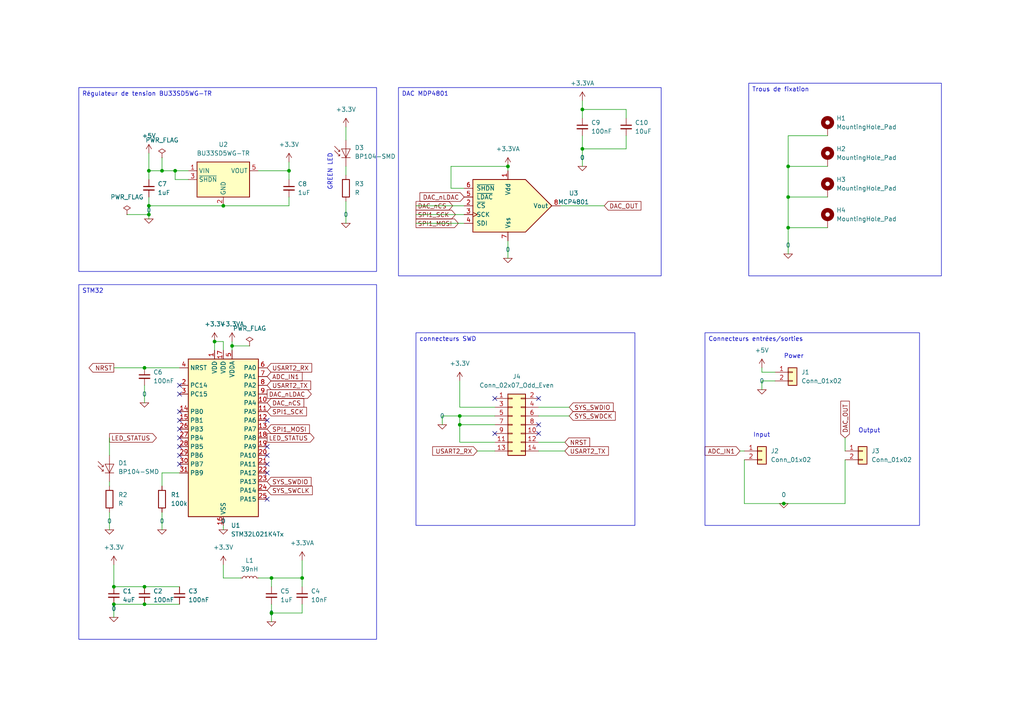
<source format=kicad_sch>
(kicad_sch (version 20230121) (generator eeschema)

  (uuid 7852e033-d4f1-42bc-9bc0-de3641fba8a8)

  (paper "A4")

  (title_block
    (title "Projet electronique")
    (date "24/01/2024")
    (rev "1")
    (company "ENSEA")
    (comment 1 "BABIC Aurélien")
  )

  (lib_symbols
    (symbol "Analog_DAC:MCP4801" (pin_names (offset 1.016)) (in_bom yes) (on_board yes)
      (property "Reference" "U" (at 1.27 10.795 0)
        (effects (font (size 1.27 1.27)) (justify left))
      )
      (property "Value" "MCP4801" (at 1.27 8.89 0)
        (effects (font (size 1.27 1.27)) (justify left))
      )
      (property "Footprint" "" (at 22.86 -2.54 0)
        (effects (font (size 1.27 1.27)) hide)
      )
      (property "Datasheet" "http://ww1.microchip.com/downloads/en/DeviceDoc/22244B.pdf" (at 22.86 -2.54 0)
        (effects (font (size 1.27 1.27)) hide)
      )
      (property "ki_keywords" "8-Bit DAC SPI Reference 1ch" (at 0 0 0)
        (effects (font (size 1.27 1.27)) hide)
      )
      (property "ki_description" "8-Bit D/A Converters with SPI Interface, internal Reference (2.048V)" (at 0 0 0)
        (effects (font (size 1.27 1.27)) hide)
      )
      (property "ki_fp_filters" "DIP*W7.62mm* MSOP*3x3mm*P0.65mm* SOIC*3.9x4.9mm*P1.27mm*" (at 0 0 0)
        (effects (font (size 1.27 1.27)) hide)
      )
      (symbol "MCP4801_0_0"
        (polyline
          (pts
            (xy 12.7 0)
            (xy 5.08 7.62)
            (xy -10.16 7.62)
            (xy -10.16 -7.62)
            (xy 5.08 -7.62)
            (xy 12.7 0)
          )
          (stroke (width 0.254) (type default))
          (fill (type background))
        )
      )
      (symbol "MCP4801_1_1"
        (pin power_in line (at 0 10.16 270) (length 2.54)
          (name "Vdd" (effects (font (size 1.27 1.27))))
          (number "1" (effects (font (size 1.27 1.27))))
        )
        (pin input line (at -12.7 0 0) (length 2.54)
          (name "~{CS}" (effects (font (size 1.27 1.27))))
          (number "2" (effects (font (size 1.27 1.27))))
        )
        (pin input clock (at -12.7 -2.54 0) (length 2.54)
          (name "SCK" (effects (font (size 1.27 1.27))))
          (number "3" (effects (font (size 1.27 1.27))))
        )
        (pin input line (at -12.7 -5.08 0) (length 2.54)
          (name "SDI" (effects (font (size 1.27 1.27))))
          (number "4" (effects (font (size 1.27 1.27))))
        )
        (pin input line (at -12.7 2.54 0) (length 2.54)
          (name "~{LDAC}" (effects (font (size 1.27 1.27))))
          (number "5" (effects (font (size 1.27 1.27))))
        )
        (pin input line (at -12.7 5.08 0) (length 2.54)
          (name "~{SHDN}" (effects (font (size 1.27 1.27))))
          (number "6" (effects (font (size 1.27 1.27))))
        )
        (pin power_in line (at 0 -10.16 90) (length 2.54)
          (name "Vss" (effects (font (size 1.27 1.27))))
          (number "7" (effects (font (size 1.27 1.27))))
        )
        (pin output line (at 15.24 0 180) (length 2.54)
          (name "Vout" (effects (font (size 1.27 1.27))))
          (number "8" (effects (font (size 1.27 1.27))))
        )
      )
    )
    (symbol "Connector_Generic:Conn_01x02" (pin_names (offset 1.016) hide) (in_bom yes) (on_board yes)
      (property "Reference" "J" (at 0 2.54 0)
        (effects (font (size 1.27 1.27)))
      )
      (property "Value" "Conn_01x02" (at 0 -5.08 0)
        (effects (font (size 1.27 1.27)))
      )
      (property "Footprint" "" (at 0 0 0)
        (effects (font (size 1.27 1.27)) hide)
      )
      (property "Datasheet" "~" (at 0 0 0)
        (effects (font (size 1.27 1.27)) hide)
      )
      (property "ki_keywords" "connector" (at 0 0 0)
        (effects (font (size 1.27 1.27)) hide)
      )
      (property "ki_description" "Generic connector, single row, 01x02, script generated (kicad-library-utils/schlib/autogen/connector/)" (at 0 0 0)
        (effects (font (size 1.27 1.27)) hide)
      )
      (property "ki_fp_filters" "Connector*:*_1x??_*" (at 0 0 0)
        (effects (font (size 1.27 1.27)) hide)
      )
      (symbol "Conn_01x02_1_1"
        (rectangle (start -1.27 -2.413) (end 0 -2.667)
          (stroke (width 0.1524) (type default))
          (fill (type none))
        )
        (rectangle (start -1.27 0.127) (end 0 -0.127)
          (stroke (width 0.1524) (type default))
          (fill (type none))
        )
        (rectangle (start -1.27 1.27) (end 1.27 -3.81)
          (stroke (width 0.254) (type default))
          (fill (type background))
        )
        (pin passive line (at -5.08 0 0) (length 3.81)
          (name "Pin_1" (effects (font (size 1.27 1.27))))
          (number "1" (effects (font (size 1.27 1.27))))
        )
        (pin passive line (at -5.08 -2.54 0) (length 3.81)
          (name "Pin_2" (effects (font (size 1.27 1.27))))
          (number "2" (effects (font (size 1.27 1.27))))
        )
      )
    )
    (symbol "Connector_Generic:Conn_02x07_Odd_Even" (pin_names (offset 1.016) hide) (in_bom yes) (on_board yes)
      (property "Reference" "J" (at 1.27 10.16 0)
        (effects (font (size 1.27 1.27)))
      )
      (property "Value" "Conn_02x07_Odd_Even" (at 1.27 -10.16 0)
        (effects (font (size 1.27 1.27)))
      )
      (property "Footprint" "" (at 0 0 0)
        (effects (font (size 1.27 1.27)) hide)
      )
      (property "Datasheet" "~" (at 0 0 0)
        (effects (font (size 1.27 1.27)) hide)
      )
      (property "ki_keywords" "connector" (at 0 0 0)
        (effects (font (size 1.27 1.27)) hide)
      )
      (property "ki_description" "Generic connector, double row, 02x07, odd/even pin numbering scheme (row 1 odd numbers, row 2 even numbers), script generated (kicad-library-utils/schlib/autogen/connector/)" (at 0 0 0)
        (effects (font (size 1.27 1.27)) hide)
      )
      (property "ki_fp_filters" "Connector*:*_2x??_*" (at 0 0 0)
        (effects (font (size 1.27 1.27)) hide)
      )
      (symbol "Conn_02x07_Odd_Even_1_1"
        (rectangle (start -1.27 -7.493) (end 0 -7.747)
          (stroke (width 0.1524) (type default))
          (fill (type none))
        )
        (rectangle (start -1.27 -4.953) (end 0 -5.207)
          (stroke (width 0.1524) (type default))
          (fill (type none))
        )
        (rectangle (start -1.27 -2.413) (end 0 -2.667)
          (stroke (width 0.1524) (type default))
          (fill (type none))
        )
        (rectangle (start -1.27 0.127) (end 0 -0.127)
          (stroke (width 0.1524) (type default))
          (fill (type none))
        )
        (rectangle (start -1.27 2.667) (end 0 2.413)
          (stroke (width 0.1524) (type default))
          (fill (type none))
        )
        (rectangle (start -1.27 5.207) (end 0 4.953)
          (stroke (width 0.1524) (type default))
          (fill (type none))
        )
        (rectangle (start -1.27 7.747) (end 0 7.493)
          (stroke (width 0.1524) (type default))
          (fill (type none))
        )
        (rectangle (start -1.27 8.89) (end 3.81 -8.89)
          (stroke (width 0.254) (type default))
          (fill (type background))
        )
        (rectangle (start 3.81 -7.493) (end 2.54 -7.747)
          (stroke (width 0.1524) (type default))
          (fill (type none))
        )
        (rectangle (start 3.81 -4.953) (end 2.54 -5.207)
          (stroke (width 0.1524) (type default))
          (fill (type none))
        )
        (rectangle (start 3.81 -2.413) (end 2.54 -2.667)
          (stroke (width 0.1524) (type default))
          (fill (type none))
        )
        (rectangle (start 3.81 0.127) (end 2.54 -0.127)
          (stroke (width 0.1524) (type default))
          (fill (type none))
        )
        (rectangle (start 3.81 2.667) (end 2.54 2.413)
          (stroke (width 0.1524) (type default))
          (fill (type none))
        )
        (rectangle (start 3.81 5.207) (end 2.54 4.953)
          (stroke (width 0.1524) (type default))
          (fill (type none))
        )
        (rectangle (start 3.81 7.747) (end 2.54 7.493)
          (stroke (width 0.1524) (type default))
          (fill (type none))
        )
        (pin passive line (at -5.08 7.62 0) (length 3.81)
          (name "Pin_1" (effects (font (size 1.27 1.27))))
          (number "1" (effects (font (size 1.27 1.27))))
        )
        (pin passive line (at 7.62 -2.54 180) (length 3.81)
          (name "Pin_10" (effects (font (size 1.27 1.27))))
          (number "10" (effects (font (size 1.27 1.27))))
        )
        (pin passive line (at -5.08 -5.08 0) (length 3.81)
          (name "Pin_11" (effects (font (size 1.27 1.27))))
          (number "11" (effects (font (size 1.27 1.27))))
        )
        (pin passive line (at 7.62 -5.08 180) (length 3.81)
          (name "Pin_12" (effects (font (size 1.27 1.27))))
          (number "12" (effects (font (size 1.27 1.27))))
        )
        (pin passive line (at -5.08 -7.62 0) (length 3.81)
          (name "Pin_13" (effects (font (size 1.27 1.27))))
          (number "13" (effects (font (size 1.27 1.27))))
        )
        (pin passive line (at 7.62 -7.62 180) (length 3.81)
          (name "Pin_14" (effects (font (size 1.27 1.27))))
          (number "14" (effects (font (size 1.27 1.27))))
        )
        (pin passive line (at 7.62 7.62 180) (length 3.81)
          (name "Pin_2" (effects (font (size 1.27 1.27))))
          (number "2" (effects (font (size 1.27 1.27))))
        )
        (pin passive line (at -5.08 5.08 0) (length 3.81)
          (name "Pin_3" (effects (font (size 1.27 1.27))))
          (number "3" (effects (font (size 1.27 1.27))))
        )
        (pin passive line (at 7.62 5.08 180) (length 3.81)
          (name "Pin_4" (effects (font (size 1.27 1.27))))
          (number "4" (effects (font (size 1.27 1.27))))
        )
        (pin passive line (at -5.08 2.54 0) (length 3.81)
          (name "Pin_5" (effects (font (size 1.27 1.27))))
          (number "5" (effects (font (size 1.27 1.27))))
        )
        (pin passive line (at 7.62 2.54 180) (length 3.81)
          (name "Pin_6" (effects (font (size 1.27 1.27))))
          (number "6" (effects (font (size 1.27 1.27))))
        )
        (pin passive line (at -5.08 0 0) (length 3.81)
          (name "Pin_7" (effects (font (size 1.27 1.27))))
          (number "7" (effects (font (size 1.27 1.27))))
        )
        (pin passive line (at 7.62 0 180) (length 3.81)
          (name "Pin_8" (effects (font (size 1.27 1.27))))
          (number "8" (effects (font (size 1.27 1.27))))
        )
        (pin passive line (at -5.08 -2.54 0) (length 3.81)
          (name "Pin_9" (effects (font (size 1.27 1.27))))
          (number "9" (effects (font (size 1.27 1.27))))
        )
      )
    )
    (symbol "Device:C_Small" (pin_numbers hide) (pin_names (offset 0.254) hide) (in_bom yes) (on_board yes)
      (property "Reference" "C" (at 0.254 1.778 0)
        (effects (font (size 1.27 1.27)) (justify left))
      )
      (property "Value" "C_Small" (at 0.254 -2.032 0)
        (effects (font (size 1.27 1.27)) (justify left))
      )
      (property "Footprint" "" (at 0 0 0)
        (effects (font (size 1.27 1.27)) hide)
      )
      (property "Datasheet" "~" (at 0 0 0)
        (effects (font (size 1.27 1.27)) hide)
      )
      (property "ki_keywords" "capacitor cap" (at 0 0 0)
        (effects (font (size 1.27 1.27)) hide)
      )
      (property "ki_description" "Unpolarized capacitor, small symbol" (at 0 0 0)
        (effects (font (size 1.27 1.27)) hide)
      )
      (property "ki_fp_filters" "C_*" (at 0 0 0)
        (effects (font (size 1.27 1.27)) hide)
      )
      (symbol "C_Small_0_1"
        (polyline
          (pts
            (xy -1.524 -0.508)
            (xy 1.524 -0.508)
          )
          (stroke (width 0.3302) (type default))
          (fill (type none))
        )
        (polyline
          (pts
            (xy -1.524 0.508)
            (xy 1.524 0.508)
          )
          (stroke (width 0.3048) (type default))
          (fill (type none))
        )
      )
      (symbol "C_Small_1_1"
        (pin passive line (at 0 2.54 270) (length 2.032)
          (name "~" (effects (font (size 1.27 1.27))))
          (number "1" (effects (font (size 1.27 1.27))))
        )
        (pin passive line (at 0 -2.54 90) (length 2.032)
          (name "~" (effects (font (size 1.27 1.27))))
          (number "2" (effects (font (size 1.27 1.27))))
        )
      )
    )
    (symbol "Device:L_Small" (pin_numbers hide) (pin_names (offset 0.254) hide) (in_bom yes) (on_board yes)
      (property "Reference" "L" (at 0.762 1.016 0)
        (effects (font (size 1.27 1.27)) (justify left))
      )
      (property "Value" "L_Small" (at 0.762 -1.016 0)
        (effects (font (size 1.27 1.27)) (justify left))
      )
      (property "Footprint" "" (at 0 0 0)
        (effects (font (size 1.27 1.27)) hide)
      )
      (property "Datasheet" "~" (at 0 0 0)
        (effects (font (size 1.27 1.27)) hide)
      )
      (property "ki_keywords" "inductor choke coil reactor magnetic" (at 0 0 0)
        (effects (font (size 1.27 1.27)) hide)
      )
      (property "ki_description" "Inductor, small symbol" (at 0 0 0)
        (effects (font (size 1.27 1.27)) hide)
      )
      (property "ki_fp_filters" "Choke_* *Coil* Inductor_* L_*" (at 0 0 0)
        (effects (font (size 1.27 1.27)) hide)
      )
      (symbol "L_Small_0_1"
        (arc (start 0 -2.032) (mid 0.5058 -1.524) (end 0 -1.016)
          (stroke (width 0) (type default))
          (fill (type none))
        )
        (arc (start 0 -1.016) (mid 0.5058 -0.508) (end 0 0)
          (stroke (width 0) (type default))
          (fill (type none))
        )
        (arc (start 0 0) (mid 0.5058 0.508) (end 0 1.016)
          (stroke (width 0) (type default))
          (fill (type none))
        )
        (arc (start 0 1.016) (mid 0.5058 1.524) (end 0 2.032)
          (stroke (width 0) (type default))
          (fill (type none))
        )
      )
      (symbol "L_Small_1_1"
        (pin passive line (at 0 2.54 270) (length 0.508)
          (name "~" (effects (font (size 1.27 1.27))))
          (number "1" (effects (font (size 1.27 1.27))))
        )
        (pin passive line (at 0 -2.54 90) (length 0.508)
          (name "~" (effects (font (size 1.27 1.27))))
          (number "2" (effects (font (size 1.27 1.27))))
        )
      )
    )
    (symbol "Device:R" (pin_numbers hide) (pin_names (offset 0)) (in_bom yes) (on_board yes)
      (property "Reference" "R" (at 2.032 0 90)
        (effects (font (size 1.27 1.27)))
      )
      (property "Value" "R" (at 0 0 90)
        (effects (font (size 1.27 1.27)))
      )
      (property "Footprint" "" (at -1.778 0 90)
        (effects (font (size 1.27 1.27)) hide)
      )
      (property "Datasheet" "~" (at 0 0 0)
        (effects (font (size 1.27 1.27)) hide)
      )
      (property "ki_keywords" "R res resistor" (at 0 0 0)
        (effects (font (size 1.27 1.27)) hide)
      )
      (property "ki_description" "Resistor" (at 0 0 0)
        (effects (font (size 1.27 1.27)) hide)
      )
      (property "ki_fp_filters" "R_*" (at 0 0 0)
        (effects (font (size 1.27 1.27)) hide)
      )
      (symbol "R_0_1"
        (rectangle (start -1.016 -2.54) (end 1.016 2.54)
          (stroke (width 0.254) (type default))
          (fill (type none))
        )
      )
      (symbol "R_1_1"
        (pin passive line (at 0 3.81 270) (length 1.27)
          (name "~" (effects (font (size 1.27 1.27))))
          (number "1" (effects (font (size 1.27 1.27))))
        )
        (pin passive line (at 0 -3.81 90) (length 1.27)
          (name "~" (effects (font (size 1.27 1.27))))
          (number "2" (effects (font (size 1.27 1.27))))
        )
      )
    )
    (symbol "MCU_ST_STM32L0:STM32L021K4Tx" (in_bom yes) (on_board yes)
      (property "Reference" "U" (at -10.16 24.13 0)
        (effects (font (size 1.27 1.27)) (justify left))
      )
      (property "Value" "STM32L021K4Tx" (at 5.08 24.13 0)
        (effects (font (size 1.27 1.27)) (justify left))
      )
      (property "Footprint" "Package_QFP:LQFP-32_7x7mm_P0.8mm" (at -10.16 -22.86 0)
        (effects (font (size 1.27 1.27)) (justify right) hide)
      )
      (property "Datasheet" "https://www.st.com/resource/en/datasheet/stm32l021k4.pdf" (at 0 0 0)
        (effects (font (size 1.27 1.27)) hide)
      )
      (property "ki_locked" "" (at 0 0 0)
        (effects (font (size 1.27 1.27)))
      )
      (property "ki_keywords" "Arm Cortex-M0+ STM32L0 STM32L0x1" (at 0 0 0)
        (effects (font (size 1.27 1.27)) hide)
      )
      (property "ki_description" "STMicroelectronics Arm Cortex-M0+ MCU, 16KB flash, 2KB RAM, 32 MHz, 1.65-3.6V, 26 GPIO, LQFP32" (at 0 0 0)
        (effects (font (size 1.27 1.27)) hide)
      )
      (property "ki_fp_filters" "LQFP*7x7mm*P0.8mm*" (at 0 0 0)
        (effects (font (size 1.27 1.27)) hide)
      )
      (symbol "STM32L021K4Tx_0_1"
        (rectangle (start -10.16 -22.86) (end 10.16 22.86)
          (stroke (width 0.254) (type default))
          (fill (type background))
        )
      )
      (symbol "STM32L021K4Tx_1_1"
        (pin power_in line (at -2.54 25.4 270) (length 2.54)
          (name "VDD" (effects (font (size 1.27 1.27))))
          (number "1" (effects (font (size 1.27 1.27))))
        )
        (pin bidirectional line (at 12.7 10.16 180) (length 2.54)
          (name "PA4" (effects (font (size 1.27 1.27))))
          (number "10" (effects (font (size 1.27 1.27))))
          (alternate "ADC_IN4" bidirectional line)
          (alternate "COMP1_INM" bidirectional line)
          (alternate "COMP2_INM" bidirectional line)
          (alternate "COMP2_OUT" bidirectional line)
          (alternate "I2C1_SCL" bidirectional line)
          (alternate "LPTIM1_ETR" bidirectional line)
          (alternate "LPTIM1_IN1" bidirectional line)
          (alternate "LPUART1_TX" bidirectional line)
          (alternate "SPI1_NSS" bidirectional line)
          (alternate "TIM2_ETR" bidirectional line)
          (alternate "USART2_CK" bidirectional line)
        )
        (pin bidirectional line (at 12.7 7.62 180) (length 2.54)
          (name "PA5" (effects (font (size 1.27 1.27))))
          (number "11" (effects (font (size 1.27 1.27))))
          (alternate "ADC_IN5" bidirectional line)
          (alternate "COMP1_INM" bidirectional line)
          (alternate "COMP2_INM" bidirectional line)
          (alternate "LPTIM1_IN2" bidirectional line)
          (alternate "SPI1_SCK" bidirectional line)
          (alternate "TIM2_CH1" bidirectional line)
          (alternate "TIM2_ETR" bidirectional line)
        )
        (pin bidirectional line (at 12.7 5.08 180) (length 2.54)
          (name "PA6" (effects (font (size 1.27 1.27))))
          (number "12" (effects (font (size 1.27 1.27))))
          (alternate "ADC_IN6" bidirectional line)
          (alternate "COMP1_OUT" bidirectional line)
          (alternate "LPTIM1_ETR" bidirectional line)
          (alternate "LPUART1_CTS" bidirectional line)
          (alternate "SPI1_MISO" bidirectional line)
        )
        (pin bidirectional line (at 12.7 2.54 180) (length 2.54)
          (name "PA7" (effects (font (size 1.27 1.27))))
          (number "13" (effects (font (size 1.27 1.27))))
          (alternate "ADC_IN7" bidirectional line)
          (alternate "COMP2_INP" bidirectional line)
          (alternate "COMP2_OUT" bidirectional line)
          (alternate "LPTIM1_OUT" bidirectional line)
          (alternate "SPI1_MOSI" bidirectional line)
          (alternate "TIM21_ETR" bidirectional line)
          (alternate "USART2_CTS" bidirectional line)
        )
        (pin bidirectional line (at -12.7 7.62 0) (length 2.54)
          (name "PB0" (effects (font (size 1.27 1.27))))
          (number "14" (effects (font (size 1.27 1.27))))
          (alternate "ADC_IN8" bidirectional line)
          (alternate "SPI1_MISO" bidirectional line)
          (alternate "SYS_VREF_OUT_PB0" bidirectional line)
          (alternate "TIM2_CH2" bidirectional line)
          (alternate "TIM2_CH3" bidirectional line)
          (alternate "USART2_DE" bidirectional line)
          (alternate "USART2_RTS" bidirectional line)
        )
        (pin bidirectional line (at -12.7 5.08 0) (length 2.54)
          (name "PB1" (effects (font (size 1.27 1.27))))
          (number "15" (effects (font (size 1.27 1.27))))
          (alternate "ADC_IN9" bidirectional line)
          (alternate "LPTIM1_IN1" bidirectional line)
          (alternate "LPUART1_DE" bidirectional line)
          (alternate "LPUART1_RTS" bidirectional line)
          (alternate "SPI1_MOSI" bidirectional line)
          (alternate "SYS_VREF_OUT_PB1" bidirectional line)
          (alternate "TIM2_CH4" bidirectional line)
          (alternate "USART2_CK" bidirectional line)
        )
        (pin power_in line (at 0 -25.4 90) (length 2.54)
          (name "VSS" (effects (font (size 1.27 1.27))))
          (number "16" (effects (font (size 1.27 1.27))))
        )
        (pin power_in line (at 0 25.4 270) (length 2.54)
          (name "VDD" (effects (font (size 1.27 1.27))))
          (number "17" (effects (font (size 1.27 1.27))))
        )
        (pin bidirectional line (at 12.7 0 180) (length 2.54)
          (name "PA8" (effects (font (size 1.27 1.27))))
          (number "18" (effects (font (size 1.27 1.27))))
          (alternate "LPTIM1_IN1" bidirectional line)
          (alternate "RCC_MCO" bidirectional line)
          (alternate "TIM2_CH1" bidirectional line)
          (alternate "USART2_CK" bidirectional line)
        )
        (pin bidirectional line (at 12.7 -2.54 180) (length 2.54)
          (name "PA9" (effects (font (size 1.27 1.27))))
          (number "19" (effects (font (size 1.27 1.27))))
          (alternate "COMP1_OUT" bidirectional line)
          (alternate "I2C1_SCL" bidirectional line)
          (alternate "LPTIM1_OUT" bidirectional line)
          (alternate "RCC_MCO" bidirectional line)
          (alternate "TIM21_CH2" bidirectional line)
          (alternate "USART2_TX" bidirectional line)
        )
        (pin bidirectional line (at -12.7 15.24 0) (length 2.54)
          (name "PC14" (effects (font (size 1.27 1.27))))
          (number "2" (effects (font (size 1.27 1.27))))
          (alternate "RCC_OSC32_IN" bidirectional line)
        )
        (pin bidirectional line (at 12.7 -5.08 180) (length 2.54)
          (name "PA10" (effects (font (size 1.27 1.27))))
          (number "20" (effects (font (size 1.27 1.27))))
          (alternate "COMP1_OUT" bidirectional line)
          (alternate "I2C1_SDA" bidirectional line)
          (alternate "RTC_REFIN" bidirectional line)
          (alternate "TIM21_CH1" bidirectional line)
          (alternate "TIM2_CH3" bidirectional line)
          (alternate "USART2_RX" bidirectional line)
        )
        (pin bidirectional line (at 12.7 -7.62 180) (length 2.54)
          (name "PA11" (effects (font (size 1.27 1.27))))
          (number "21" (effects (font (size 1.27 1.27))))
          (alternate "ADC_EXTI11" bidirectional line)
          (alternate "COMP1_OUT" bidirectional line)
          (alternate "LPTIM1_OUT" bidirectional line)
          (alternate "SPI1_MISO" bidirectional line)
          (alternate "TIM21_CH2" bidirectional line)
          (alternate "USART2_CTS" bidirectional line)
        )
        (pin bidirectional line (at 12.7 -10.16 180) (length 2.54)
          (name "PA12" (effects (font (size 1.27 1.27))))
          (number "22" (effects (font (size 1.27 1.27))))
          (alternate "COMP2_OUT" bidirectional line)
          (alternate "SPI1_MOSI" bidirectional line)
          (alternate "USART2_DE" bidirectional line)
          (alternate "USART2_RTS" bidirectional line)
        )
        (pin bidirectional line (at 12.7 -12.7 180) (length 2.54)
          (name "PA13" (effects (font (size 1.27 1.27))))
          (number "23" (effects (font (size 1.27 1.27))))
          (alternate "COMP1_OUT" bidirectional line)
          (alternate "I2C1_SDA" bidirectional line)
          (alternate "LPTIM1_ETR" bidirectional line)
          (alternate "LPUART1_RX" bidirectional line)
          (alternate "SPI1_SCK" bidirectional line)
          (alternate "SYS_SWDIO" bidirectional line)
        )
        (pin bidirectional line (at 12.7 -15.24 180) (length 2.54)
          (name "PA14" (effects (font (size 1.27 1.27))))
          (number "24" (effects (font (size 1.27 1.27))))
          (alternate "COMP2_OUT" bidirectional line)
          (alternate "I2C1_SMBA" bidirectional line)
          (alternate "LPTIM1_OUT" bidirectional line)
          (alternate "LPUART1_TX" bidirectional line)
          (alternate "SPI1_MISO" bidirectional line)
          (alternate "SYS_SWCLK" bidirectional line)
          (alternate "USART2_TX" bidirectional line)
        )
        (pin bidirectional line (at 12.7 -17.78 180) (length 2.54)
          (name "PA15" (effects (font (size 1.27 1.27))))
          (number "25" (effects (font (size 1.27 1.27))))
          (alternate "SPI1_NSS" bidirectional line)
          (alternate "TIM2_CH1" bidirectional line)
          (alternate "TIM2_ETR" bidirectional line)
          (alternate "USART2_RX" bidirectional line)
        )
        (pin bidirectional line (at -12.7 2.54 0) (length 2.54)
          (name "PB3" (effects (font (size 1.27 1.27))))
          (number "26" (effects (font (size 1.27 1.27))))
          (alternate "COMP2_INM" bidirectional line)
          (alternate "SPI1_SCK" bidirectional line)
          (alternate "TIM2_CH2" bidirectional line)
        )
        (pin bidirectional line (at -12.7 0 0) (length 2.54)
          (name "PB4" (effects (font (size 1.27 1.27))))
          (number "27" (effects (font (size 1.27 1.27))))
          (alternate "COMP2_INP" bidirectional line)
          (alternate "SPI1_MISO" bidirectional line)
        )
        (pin bidirectional line (at -12.7 -2.54 0) (length 2.54)
          (name "PB5" (effects (font (size 1.27 1.27))))
          (number "28" (effects (font (size 1.27 1.27))))
          (alternate "COMP2_INP" bidirectional line)
          (alternate "I2C1_SMBA" bidirectional line)
          (alternate "LPTIM1_IN1" bidirectional line)
          (alternate "SPI1_MOSI" bidirectional line)
          (alternate "TIM21_CH1" bidirectional line)
        )
        (pin bidirectional line (at -12.7 -5.08 0) (length 2.54)
          (name "PB6" (effects (font (size 1.27 1.27))))
          (number "29" (effects (font (size 1.27 1.27))))
          (alternate "COMP2_INP" bidirectional line)
          (alternate "I2C1_SCL" bidirectional line)
          (alternate "LPTIM1_ETR" bidirectional line)
          (alternate "LPUART1_TX" bidirectional line)
          (alternate "TIM2_CH3" bidirectional line)
          (alternate "USART2_TX" bidirectional line)
        )
        (pin bidirectional line (at -12.7 12.7 0) (length 2.54)
          (name "PC15" (effects (font (size 1.27 1.27))))
          (number "3" (effects (font (size 1.27 1.27))))
          (alternate "RCC_OSC32_OUT" bidirectional line)
        )
        (pin bidirectional line (at -12.7 -7.62 0) (length 2.54)
          (name "PB7" (effects (font (size 1.27 1.27))))
          (number "30" (effects (font (size 1.27 1.27))))
          (alternate "COMP2_INP" bidirectional line)
          (alternate "I2C1_SDA" bidirectional line)
          (alternate "LPTIM1_IN2" bidirectional line)
          (alternate "LPUART1_RX" bidirectional line)
          (alternate "SYS_PVD_IN" bidirectional line)
          (alternate "TIM2_CH4" bidirectional line)
          (alternate "USART2_RX" bidirectional line)
        )
        (pin bidirectional line (at -12.7 -10.16 0) (length 2.54)
          (name "PB9" (effects (font (size 1.27 1.27))))
          (number "31" (effects (font (size 1.27 1.27))))
        )
        (pin passive line (at 0 -25.4 90) (length 2.54) hide
          (name "VSS" (effects (font (size 1.27 1.27))))
          (number "32" (effects (font (size 1.27 1.27))))
        )
        (pin input line (at -12.7 20.32 0) (length 2.54)
          (name "NRST" (effects (font (size 1.27 1.27))))
          (number "4" (effects (font (size 1.27 1.27))))
        )
        (pin power_in line (at 2.54 25.4 270) (length 2.54)
          (name "VDDA" (effects (font (size 1.27 1.27))))
          (number "5" (effects (font (size 1.27 1.27))))
        )
        (pin bidirectional line (at 12.7 20.32 180) (length 2.54)
          (name "PA0" (effects (font (size 1.27 1.27))))
          (number "6" (effects (font (size 1.27 1.27))))
          (alternate "ADC_IN0" bidirectional line)
          (alternate "COMP1_INM" bidirectional line)
          (alternate "COMP1_OUT" bidirectional line)
          (alternate "LPTIM1_IN1" bidirectional line)
          (alternate "LPUART1_RX" bidirectional line)
          (alternate "RCC_CK_IN" bidirectional line)
          (alternate "RTC_TAMP2" bidirectional line)
          (alternate "SYS_WKUP1" bidirectional line)
          (alternate "TIM2_CH1" bidirectional line)
          (alternate "TIM2_ETR" bidirectional line)
          (alternate "USART2_CTS" bidirectional line)
          (alternate "USART2_RX" bidirectional line)
        )
        (pin bidirectional line (at 12.7 17.78 180) (length 2.54)
          (name "PA1" (effects (font (size 1.27 1.27))))
          (number "7" (effects (font (size 1.27 1.27))))
          (alternate "ADC_IN1" bidirectional line)
          (alternate "COMP1_INP" bidirectional line)
          (alternate "I2C1_SMBA" bidirectional line)
          (alternate "LPTIM1_IN2" bidirectional line)
          (alternate "LPUART1_TX" bidirectional line)
          (alternate "TIM21_ETR" bidirectional line)
          (alternate "TIM2_CH2" bidirectional line)
          (alternate "USART2_DE" bidirectional line)
          (alternate "USART2_RTS" bidirectional line)
        )
        (pin bidirectional line (at 12.7 15.24 180) (length 2.54)
          (name "PA2" (effects (font (size 1.27 1.27))))
          (number "8" (effects (font (size 1.27 1.27))))
          (alternate "ADC_IN2" bidirectional line)
          (alternate "COMP2_INM" bidirectional line)
          (alternate "COMP2_OUT" bidirectional line)
          (alternate "LPUART1_TX" bidirectional line)
          (alternate "RTC_OUT_ALARM" bidirectional line)
          (alternate "RTC_OUT_CALIB" bidirectional line)
          (alternate "RTC_TAMP3" bidirectional line)
          (alternate "RTC_TS" bidirectional line)
          (alternate "SYS_WKUP3" bidirectional line)
          (alternate "TIM21_CH1" bidirectional line)
          (alternate "TIM2_CH3" bidirectional line)
          (alternate "USART2_TX" bidirectional line)
        )
        (pin bidirectional line (at 12.7 12.7 180) (length 2.54)
          (name "PA3" (effects (font (size 1.27 1.27))))
          (number "9" (effects (font (size 1.27 1.27))))
          (alternate "ADC_IN3" bidirectional line)
          (alternate "COMP2_INP" bidirectional line)
          (alternate "LPUART1_RX" bidirectional line)
          (alternate "TIM21_CH2" bidirectional line)
          (alternate "TIM2_CH4" bidirectional line)
          (alternate "USART2_RX" bidirectional line)
        )
      )
    )
    (symbol "Mechanical:MountingHole_Pad" (pin_numbers hide) (pin_names (offset 1.016) hide) (in_bom yes) (on_board yes)
      (property "Reference" "H" (at 0 6.35 0)
        (effects (font (size 1.27 1.27)))
      )
      (property "Value" "MountingHole_Pad" (at 0 4.445 0)
        (effects (font (size 1.27 1.27)))
      )
      (property "Footprint" "" (at 0 0 0)
        (effects (font (size 1.27 1.27)) hide)
      )
      (property "Datasheet" "~" (at 0 0 0)
        (effects (font (size 1.27 1.27)) hide)
      )
      (property "ki_keywords" "mounting hole" (at 0 0 0)
        (effects (font (size 1.27 1.27)) hide)
      )
      (property "ki_description" "Mounting Hole with connection" (at 0 0 0)
        (effects (font (size 1.27 1.27)) hide)
      )
      (property "ki_fp_filters" "MountingHole*Pad*" (at 0 0 0)
        (effects (font (size 1.27 1.27)) hide)
      )
      (symbol "MountingHole_Pad_0_1"
        (circle (center 0 1.27) (radius 1.27)
          (stroke (width 1.27) (type default))
          (fill (type none))
        )
      )
      (symbol "MountingHole_Pad_1_1"
        (pin input line (at 0 -2.54 90) (length 2.54)
          (name "1" (effects (font (size 1.27 1.27))))
          (number "1" (effects (font (size 1.27 1.27))))
        )
      )
    )
    (symbol "Regulator_Linear:MCP1802x-xx02xOT" (in_bom yes) (on_board yes)
      (property "Reference" "U" (at -6.35 6.35 0)
        (effects (font (size 1.27 1.27)) (justify left))
      )
      (property "Value" "MCP1802x-xx02xOT" (at 0 6.35 0)
        (effects (font (size 1.27 1.27)) (justify left))
      )
      (property "Footprint" "Package_TO_SOT_SMD:SOT-23-5" (at -6.35 8.89 0)
        (effects (font (size 1.27 1.27) italic) (justify left) hide)
      )
      (property "Datasheet" "http://ww1.microchip.com/downloads/en/DeviceDoc/22053C.pdf" (at 0 -2.54 0)
        (effects (font (size 1.27 1.27)) hide)
      )
      (property "ki_keywords" "LDO Linear Voltage Regulator" (at 0 0 0)
        (effects (font (size 1.27 1.27)) hide)
      )
      (property "ki_description" "150mA, Tiny CMOS LDO With Shutdown, Fixed Voltage, SOT-23-5" (at 0 0 0)
        (effects (font (size 1.27 1.27)) hide)
      )
      (property "ki_fp_filters" "SOT?23*" (at 0 0 0)
        (effects (font (size 1.27 1.27)) hide)
      )
      (symbol "MCP1802x-xx02xOT_0_1"
        (rectangle (start -7.62 5.08) (end 7.62 -5.08)
          (stroke (width 0.254) (type default))
          (fill (type background))
        )
      )
      (symbol "MCP1802x-xx02xOT_1_1"
        (pin power_in line (at -10.16 2.54 0) (length 2.54)
          (name "VIN" (effects (font (size 1.27 1.27))))
          (number "1" (effects (font (size 1.27 1.27))))
        )
        (pin power_in line (at 0 -7.62 90) (length 2.54)
          (name "GND" (effects (font (size 1.27 1.27))))
          (number "2" (effects (font (size 1.27 1.27))))
        )
        (pin input line (at -10.16 0 0) (length 2.54)
          (name "~{SHDN}" (effects (font (size 1.27 1.27))))
          (number "3" (effects (font (size 1.27 1.27))))
        )
        (pin no_connect line (at 7.62 0 180) (length 2.54) hide
          (name "NC" (effects (font (size 1.27 1.27))))
          (number "4" (effects (font (size 1.27 1.27))))
        )
        (pin power_out line (at 10.16 2.54 180) (length 2.54)
          (name "VOUT" (effects (font (size 1.27 1.27))))
          (number "5" (effects (font (size 1.27 1.27))))
        )
      )
    )
    (symbol "Sensor_Optical:BP104-SMD" (pin_numbers hide) (pin_names (offset 1.016) hide) (in_bom yes) (on_board yes)
      (property "Reference" "D" (at 0.508 1.778 0)
        (effects (font (size 1.27 1.27)) (justify left))
      )
      (property "Value" "BP104-SMD" (at -1.016 -2.794 0)
        (effects (font (size 1.27 1.27)))
      )
      (property "Footprint" "OptoDevice:Osram_BP104-SMD" (at 0 4.445 0)
        (effects (font (size 1.27 1.27)) hide)
      )
      (property "Datasheet" "https://dammedia.osram.info/media/resource/hires/osram-dam-5989350/BP%20104%20FAS_EN.pdf" (at -1.27 0 0)
        (effects (font (size 1.27 1.27)) hide)
      )
      (property "ki_keywords" "opto photodiode" (at 0 0 0)
        (effects (font (size 1.27 1.27)) hide)
      )
      (property "ki_description" "Silicon PIN Photodiode,  Area 2.2x2.2mm" (at 0 0 0)
        (effects (font (size 1.27 1.27)) hide)
      )
      (property "ki_fp_filters" "Osram*BP104*" (at 0 0 0)
        (effects (font (size 1.27 1.27)) hide)
      )
      (symbol "BP104-SMD_0_1"
        (polyline
          (pts
            (xy -2.54 1.27)
            (xy -2.54 -1.27)
          )
          (stroke (width 0.1524) (type default))
          (fill (type none))
        )
        (polyline
          (pts
            (xy -2.032 1.778)
            (xy -1.524 1.778)
          )
          (stroke (width 0) (type default))
          (fill (type none))
        )
        (polyline
          (pts
            (xy 0 -1.27)
            (xy 0 1.27)
          )
          (stroke (width 0) (type default))
          (fill (type none))
        )
        (polyline
          (pts
            (xy 0 0)
            (xy -2.54 0)
          )
          (stroke (width 0) (type default))
          (fill (type none))
        )
        (polyline
          (pts
            (xy -0.508 3.302)
            (xy -2.032 1.778)
            (xy -2.032 2.286)
          )
          (stroke (width 0) (type default))
          (fill (type none))
        )
        (polyline
          (pts
            (xy 0 1.27)
            (xy -2.54 0)
            (xy 0 -1.27)
          )
          (stroke (width 0) (type default))
          (fill (type none))
        )
        (polyline
          (pts
            (xy 0.762 3.302)
            (xy -0.762 1.778)
            (xy -0.762 2.286)
            (xy -0.762 1.778)
            (xy -0.254 1.778)
          )
          (stroke (width 0) (type default))
          (fill (type none))
        )
      )
      (symbol "BP104-SMD_1_1"
        (pin passive line (at -5.08 0 0) (length 2.54)
          (name "K" (effects (font (size 1.27 1.27))))
          (number "1" (effects (font (size 1.27 1.27))))
        )
        (pin passive line (at 2.54 0 180) (length 2.54)
          (name "A" (effects (font (size 1.27 1.27))))
          (number "2" (effects (font (size 1.27 1.27))))
        )
      )
    )
    (symbol "Simulation_SPICE:0" (power) (pin_names (offset 0)) (in_bom yes) (on_board yes)
      (property "Reference" "#GND" (at 0 -2.54 0)
        (effects (font (size 1.27 1.27)) hide)
      )
      (property "Value" "0" (at 0 -1.778 0)
        (effects (font (size 1.27 1.27)))
      )
      (property "Footprint" "" (at 0 0 0)
        (effects (font (size 1.27 1.27)) hide)
      )
      (property "Datasheet" "~" (at 0 0 0)
        (effects (font (size 1.27 1.27)) hide)
      )
      (property "ki_keywords" "simulation" (at 0 0 0)
        (effects (font (size 1.27 1.27)) hide)
      )
      (property "ki_description" "0V reference potential for simulation" (at 0 0 0)
        (effects (font (size 1.27 1.27)) hide)
      )
      (symbol "0_0_1"
        (polyline
          (pts
            (xy -1.27 0)
            (xy 0 -1.27)
            (xy 1.27 0)
            (xy -1.27 0)
          )
          (stroke (width 0) (type default))
          (fill (type none))
        )
      )
      (symbol "0_1_1"
        (pin power_in line (at 0 0 0) (length 0) hide
          (name "0" (effects (font (size 1.016 1.016))))
          (number "1" (effects (font (size 1.016 1.016))))
        )
      )
    )
    (symbol "power:+3.3V" (power) (pin_names (offset 0)) (in_bom yes) (on_board yes)
      (property "Reference" "#PWR" (at 0 -3.81 0)
        (effects (font (size 1.27 1.27)) hide)
      )
      (property "Value" "+3.3V" (at 0 3.556 0)
        (effects (font (size 1.27 1.27)))
      )
      (property "Footprint" "" (at 0 0 0)
        (effects (font (size 1.27 1.27)) hide)
      )
      (property "Datasheet" "" (at 0 0 0)
        (effects (font (size 1.27 1.27)) hide)
      )
      (property "ki_keywords" "global power" (at 0 0 0)
        (effects (font (size 1.27 1.27)) hide)
      )
      (property "ki_description" "Power symbol creates a global label with name \"+3.3V\"" (at 0 0 0)
        (effects (font (size 1.27 1.27)) hide)
      )
      (symbol "+3.3V_0_1"
        (polyline
          (pts
            (xy -0.762 1.27)
            (xy 0 2.54)
          )
          (stroke (width 0) (type default))
          (fill (type none))
        )
        (polyline
          (pts
            (xy 0 0)
            (xy 0 2.54)
          )
          (stroke (width 0) (type default))
          (fill (type none))
        )
        (polyline
          (pts
            (xy 0 2.54)
            (xy 0.762 1.27)
          )
          (stroke (width 0) (type default))
          (fill (type none))
        )
      )
      (symbol "+3.3V_1_1"
        (pin power_in line (at 0 0 90) (length 0) hide
          (name "+3.3V" (effects (font (size 1.27 1.27))))
          (number "1" (effects (font (size 1.27 1.27))))
        )
      )
    )
    (symbol "power:+3.3VA" (power) (pin_names (offset 0)) (in_bom yes) (on_board yes)
      (property "Reference" "#PWR" (at 0 -3.81 0)
        (effects (font (size 1.27 1.27)) hide)
      )
      (property "Value" "+3.3VA" (at 0 3.556 0)
        (effects (font (size 1.27 1.27)))
      )
      (property "Footprint" "" (at 0 0 0)
        (effects (font (size 1.27 1.27)) hide)
      )
      (property "Datasheet" "" (at 0 0 0)
        (effects (font (size 1.27 1.27)) hide)
      )
      (property "ki_keywords" "global power" (at 0 0 0)
        (effects (font (size 1.27 1.27)) hide)
      )
      (property "ki_description" "Power symbol creates a global label with name \"+3.3VA\"" (at 0 0 0)
        (effects (font (size 1.27 1.27)) hide)
      )
      (symbol "+3.3VA_0_1"
        (polyline
          (pts
            (xy -0.762 1.27)
            (xy 0 2.54)
          )
          (stroke (width 0) (type default))
          (fill (type none))
        )
        (polyline
          (pts
            (xy 0 0)
            (xy 0 2.54)
          )
          (stroke (width 0) (type default))
          (fill (type none))
        )
        (polyline
          (pts
            (xy 0 2.54)
            (xy 0.762 1.27)
          )
          (stroke (width 0) (type default))
          (fill (type none))
        )
      )
      (symbol "+3.3VA_1_1"
        (pin power_in line (at 0 0 90) (length 0) hide
          (name "+3.3VA" (effects (font (size 1.27 1.27))))
          (number "1" (effects (font (size 1.27 1.27))))
        )
      )
    )
    (symbol "power:+5V" (power) (pin_names (offset 0)) (in_bom yes) (on_board yes)
      (property "Reference" "#PWR" (at 0 -3.81 0)
        (effects (font (size 1.27 1.27)) hide)
      )
      (property "Value" "+5V" (at 0 3.556 0)
        (effects (font (size 1.27 1.27)))
      )
      (property "Footprint" "" (at 0 0 0)
        (effects (font (size 1.27 1.27)) hide)
      )
      (property "Datasheet" "" (at 0 0 0)
        (effects (font (size 1.27 1.27)) hide)
      )
      (property "ki_keywords" "global power" (at 0 0 0)
        (effects (font (size 1.27 1.27)) hide)
      )
      (property "ki_description" "Power symbol creates a global label with name \"+5V\"" (at 0 0 0)
        (effects (font (size 1.27 1.27)) hide)
      )
      (symbol "+5V_0_1"
        (polyline
          (pts
            (xy -0.762 1.27)
            (xy 0 2.54)
          )
          (stroke (width 0) (type default))
          (fill (type none))
        )
        (polyline
          (pts
            (xy 0 0)
            (xy 0 2.54)
          )
          (stroke (width 0) (type default))
          (fill (type none))
        )
        (polyline
          (pts
            (xy 0 2.54)
            (xy 0.762 1.27)
          )
          (stroke (width 0) (type default))
          (fill (type none))
        )
      )
      (symbol "+5V_1_1"
        (pin power_in line (at 0 0 90) (length 0) hide
          (name "+5V" (effects (font (size 1.27 1.27))))
          (number "1" (effects (font (size 1.27 1.27))))
        )
      )
    )
    (symbol "power:PWR_FLAG" (power) (pin_numbers hide) (pin_names (offset 0) hide) (in_bom yes) (on_board yes)
      (property "Reference" "#FLG" (at 0 1.905 0)
        (effects (font (size 1.27 1.27)) hide)
      )
      (property "Value" "PWR_FLAG" (at 0 3.81 0)
        (effects (font (size 1.27 1.27)))
      )
      (property "Footprint" "" (at 0 0 0)
        (effects (font (size 1.27 1.27)) hide)
      )
      (property "Datasheet" "~" (at 0 0 0)
        (effects (font (size 1.27 1.27)) hide)
      )
      (property "ki_keywords" "flag power" (at 0 0 0)
        (effects (font (size 1.27 1.27)) hide)
      )
      (property "ki_description" "Special symbol for telling ERC where power comes from" (at 0 0 0)
        (effects (font (size 1.27 1.27)) hide)
      )
      (symbol "PWR_FLAG_0_0"
        (pin power_out line (at 0 0 90) (length 0)
          (name "pwr" (effects (font (size 1.27 1.27))))
          (number "1" (effects (font (size 1.27 1.27))))
        )
      )
      (symbol "PWR_FLAG_0_1"
        (polyline
          (pts
            (xy 0 0)
            (xy 0 1.27)
            (xy -1.016 1.905)
            (xy 0 2.54)
            (xy 1.016 1.905)
            (xy 0 1.27)
          )
          (stroke (width 0) (type default))
          (fill (type none))
        )
      )
    )
  )

  (junction (at 147.32 48.26) (diameter 0) (color 0 0 0 0)
    (uuid 09cfe606-d220-4295-bad6-addb21679c1b)
  )
  (junction (at 78.74 177.8) (diameter 0) (color 0 0 0 0)
    (uuid 0b553b61-f65e-449c-b2de-1ce0178b3e4c)
  )
  (junction (at 33.02 175.26) (diameter 0) (color 0 0 0 0)
    (uuid 0b7fd2c7-6178-47d0-8bbc-dad11ea7bb33)
  )
  (junction (at 41.91 170.18) (diameter 0) (color 0 0 0 0)
    (uuid 0c0d16f0-0007-42cf-b776-0829ad8cb293)
  )
  (junction (at 168.91 43.18) (diameter 0) (color 0 0 0 0)
    (uuid 16c0921d-2616-42fe-9273-9e201c9b577b)
  )
  (junction (at 83.82 49.53) (diameter 0) (color 0 0 0 0)
    (uuid 1d973e83-cae6-4430-b291-33d74f86105c)
  )
  (junction (at 41.91 106.68) (diameter 0) (color 0 0 0 0)
    (uuid 1ddd26d9-47ea-4508-8223-7a87fd1c2520)
  )
  (junction (at 41.91 175.26) (diameter 0) (color 0 0 0 0)
    (uuid 22b20159-2000-42cb-8a7a-06d85c8d1621)
  )
  (junction (at 228.6 48.26) (diameter 0) (color 0 0 0 0)
    (uuid 4a67f491-4616-4d95-a0f6-fe3958ea8d50)
  )
  (junction (at 62.23 99.06) (diameter 0) (color 0 0 0 0)
    (uuid 568f5aba-84e9-4dbd-94bf-a7fc2c9dd0da)
  )
  (junction (at 43.18 59.69) (diameter 0) (color 0 0 0 0)
    (uuid 60817996-f60b-418a-9e9e-93b94ff9b266)
  )
  (junction (at 133.35 120.65) (diameter 0) (color 0 0 0 0)
    (uuid 6d75e643-955e-414e-b032-a5d1c2443073)
  )
  (junction (at 33.02 170.18) (diameter 0) (color 0 0 0 0)
    (uuid 874dacd7-f99f-4e38-bb52-a5d9f0c70090)
  )
  (junction (at 43.18 49.53) (diameter 0) (color 0 0 0 0)
    (uuid 8a1a109f-ef1c-4824-83f5-26c90231d234)
  )
  (junction (at 43.18 62.23) (diameter 0) (color 0 0 0 0)
    (uuid 91c1a12e-9e6c-4385-93fb-94097bfe670f)
  )
  (junction (at 67.31 100.33) (diameter 0) (color 0 0 0 0)
    (uuid 95b20609-7a44-4d27-a871-93be0fedef15)
  )
  (junction (at 228.6 66.04) (diameter 0) (color 0 0 0 0)
    (uuid b1319af0-a0bb-4e22-a2b4-bd9b53ff67fe)
  )
  (junction (at 228.6 57.15) (diameter 0) (color 0 0 0 0)
    (uuid c95f17f9-231f-404e-a0c7-013c4e712f23)
  )
  (junction (at 78.74 167.64) (diameter 0) (color 0 0 0 0)
    (uuid c98a651a-bd0d-4878-8ed8-bc89b90a8fd5)
  )
  (junction (at 46.99 49.53) (diameter 0) (color 0 0 0 0)
    (uuid d1560362-35fb-4cb3-942d-32f7b51b27b3)
  )
  (junction (at 64.77 59.69) (diameter 0) (color 0 0 0 0)
    (uuid dee20a72-1cb4-408b-98d9-eaf72223303f)
  )
  (junction (at 168.91 31.75) (diameter 0) (color 0 0 0 0)
    (uuid df3ad12a-b94d-4148-a767-cb4837e881e3)
  )
  (junction (at 227.33 146.05) (diameter 0) (color 0 0 0 0)
    (uuid e7e90042-4b1a-4d15-aa00-0e7e6dbe84bb)
  )
  (junction (at 50.8 49.53) (diameter 0) (color 0 0 0 0)
    (uuid e9bbf892-735c-4961-959b-6af21187a024)
  )
  (junction (at 133.35 123.19) (diameter 0) (color 0 0 0 0)
    (uuid f276e39b-c094-4e0f-a64c-0433695de239)
  )
  (junction (at 87.63 167.64) (diameter 0) (color 0 0 0 0)
    (uuid f71cd8ee-b1bb-441f-9c15-e1d9422fe970)
  )

  (no_connect (at 52.07 129.54) (uuid 04e09650-f86c-4602-a931-0b5910864104))
  (no_connect (at 52.07 114.3) (uuid 0e233d0f-1ee9-4597-90e5-b4943423a4f4))
  (no_connect (at 52.07 124.46) (uuid 0e83c727-9295-491b-bbcc-03c6dfb5c18b))
  (no_connect (at 156.21 123.19) (uuid 1270a2d6-bd66-44ec-92aa-7252cd83d804))
  (no_connect (at 52.07 111.76) (uuid 41039a53-c520-42cd-8a41-49a622336228))
  (no_connect (at 52.07 132.08) (uuid 6c37a1fc-f09c-411b-a12d-b4b5cb4d4ee7))
  (no_connect (at 77.47 121.92) (uuid 90442bbc-5eab-4993-9f93-b929fcdb73ee))
  (no_connect (at 52.07 119.38) (uuid 92a2394a-f2d3-4971-9f4b-68419d0a6ca8))
  (no_connect (at 77.47 132.08) (uuid a7399efa-2041-4505-a12c-a258c344861d))
  (no_connect (at 52.07 121.92) (uuid c88b1622-a82e-4cb8-a77b-af844cd6e0cd))
  (no_connect (at 77.47 134.62) (uuid cac83862-0bcc-4fa6-8736-8c0cccf8f116))
  (no_connect (at 52.07 134.62) (uuid ce5b23d5-28e4-476a-a60a-df4a65e3194a))
  (no_connect (at 143.51 125.73) (uuid cea0f2cc-a0df-418b-89ef-8f628ddb9d2a))
  (no_connect (at 156.21 115.57) (uuid d53b470f-a838-4ef3-8a09-bd6aaa095c16))
  (no_connect (at 77.47 144.78) (uuid e0d9ceed-6a2a-40f4-a4cd-d84d2046dde2))
  (no_connect (at 156.21 125.73) (uuid e6e18bda-3594-409c-ac37-9edf63d3de01))
  (no_connect (at 77.47 137.16) (uuid e838a576-7fc8-4b9c-8966-88d095cd7433))
  (no_connect (at 52.07 127) (uuid eb233309-3386-455a-a4d3-e27d238c2482))
  (no_connect (at 143.51 115.57) (uuid ecbcd1e7-b244-4ab6-80a3-1ee494acb646))
  (no_connect (at 77.47 129.54) (uuid fb330ca9-937e-4995-9ac2-d1ab2c5bdad3))

  (wire (pts (xy 64.77 163.83) (xy 64.77 167.64))
    (stroke (width 0) (type default))
    (uuid 09986696-2ce5-40dc-aeb1-fbd775e68ba1)
  )
  (wire (pts (xy 46.99 148.59) (xy 46.99 153.67))
    (stroke (width 0) (type default))
    (uuid 0e018813-5f7a-45bc-9198-b332eebfe264)
  )
  (wire (pts (xy 78.74 167.64) (xy 87.63 167.64))
    (stroke (width 0) (type default))
    (uuid 0e087927-e8e7-458f-8f00-865dc7e241c5)
  )
  (wire (pts (xy 87.63 162.56) (xy 87.63 167.64))
    (stroke (width 0) (type default))
    (uuid 0e9fa5ee-f411-401e-aa5b-876332b1edf5)
  )
  (wire (pts (xy 41.91 170.18) (xy 52.07 170.18))
    (stroke (width 0) (type default))
    (uuid 1303267c-d36e-45e5-9526-25d9fe64caa6)
  )
  (wire (pts (xy 50.8 49.53) (xy 54.61 49.53))
    (stroke (width 0) (type default))
    (uuid 136114ad-74aa-418a-8485-9810e8ee4e93)
  )
  (wire (pts (xy 83.82 46.99) (xy 83.82 49.53))
    (stroke (width 0) (type default))
    (uuid 14704e0d-3f6c-4e20-9d8c-0efbf26e4494)
  )
  (wire (pts (xy 43.18 49.53) (xy 46.99 49.53))
    (stroke (width 0) (type default))
    (uuid 1627fea3-cefe-4c9b-a906-61f778fef3a7)
  )
  (wire (pts (xy 43.18 59.69) (xy 43.18 62.23))
    (stroke (width 0) (type default))
    (uuid 1850bca7-eca8-424e-8992-2821ebce0266)
  )
  (wire (pts (xy 52.07 137.16) (xy 46.99 137.16))
    (stroke (width 0) (type default))
    (uuid 18ec8d48-2861-4070-870b-f4a7e4701d60)
  )
  (wire (pts (xy 87.63 167.64) (xy 87.63 170.18))
    (stroke (width 0) (type default))
    (uuid 1eef17c1-3103-4d35-bfdb-6283bfbbc9eb)
  )
  (wire (pts (xy 100.33 48.26) (xy 100.33 50.8))
    (stroke (width 0) (type default))
    (uuid 271d3319-5f00-4e06-9859-e42691473999)
  )
  (wire (pts (xy 224.79 107.95) (xy 220.98 107.95))
    (stroke (width 0) (type default))
    (uuid 2949fddb-be37-4748-9e80-746de4ca59fc)
  )
  (wire (pts (xy 143.51 123.19) (xy 133.35 123.19))
    (stroke (width 0) (type default))
    (uuid 29b3bbc0-6b5e-4d9b-9dca-d56aa983618c)
  )
  (wire (pts (xy 130.81 54.61) (xy 130.81 48.26))
    (stroke (width 0) (type default))
    (uuid 2d2e6025-ae7c-40ce-8c4e-3d90554db07b)
  )
  (wire (pts (xy 228.6 57.15) (xy 228.6 66.04))
    (stroke (width 0) (type default))
    (uuid 3dc79f69-b001-4a2c-ac0e-cb87304aaa01)
  )
  (wire (pts (xy 181.61 43.18) (xy 181.61 39.37))
    (stroke (width 0) (type default))
    (uuid 450a430a-1f4a-4498-8015-eaa0b342b3ff)
  )
  (wire (pts (xy 120.65 59.69) (xy 134.62 59.69))
    (stroke (width 0) (type default))
    (uuid 48615bdb-28ba-47eb-b4c5-5d61b66d27d1)
  )
  (wire (pts (xy 156.21 120.65) (xy 165.1 120.65))
    (stroke (width 0) (type default))
    (uuid 4a44595d-c3ab-4989-b0d9-deeccc8b1da2)
  )
  (wire (pts (xy 78.74 177.8) (xy 87.63 177.8))
    (stroke (width 0) (type default))
    (uuid 4b202912-b380-4402-9756-7dbaec8a07fb)
  )
  (wire (pts (xy 43.18 57.15) (xy 43.18 59.69))
    (stroke (width 0) (type default))
    (uuid 4ef1db50-9754-4ce2-8908-8e16b453f8cd)
  )
  (wire (pts (xy 156.21 128.27) (xy 163.83 128.27))
    (stroke (width 0) (type default))
    (uuid 52a055f6-d438-49a5-8364-f91a0222e194)
  )
  (wire (pts (xy 100.33 58.42) (xy 100.33 64.77))
    (stroke (width 0) (type default))
    (uuid 54fc1d9e-8f3b-4dc1-8f1c-bec4225c9f22)
  )
  (wire (pts (xy 133.35 110.49) (xy 133.35 118.11))
    (stroke (width 0) (type default))
    (uuid 56b5a7c8-e528-4e31-ae2e-92111abc8899)
  )
  (wire (pts (xy 43.18 59.69) (xy 64.77 59.69))
    (stroke (width 0) (type default))
    (uuid 58329828-d583-4b11-81de-d24f0952683f)
  )
  (wire (pts (xy 156.21 118.11) (xy 165.1 118.11))
    (stroke (width 0) (type default))
    (uuid 5a4c8576-c475-441b-8dbe-81134fab7be9)
  )
  (wire (pts (xy 138.43 130.81) (xy 143.51 130.81))
    (stroke (width 0) (type default))
    (uuid 60a9a235-0015-4021-8c3e-07dbb5d42af0)
  )
  (wire (pts (xy 43.18 44.45) (xy 43.18 49.53))
    (stroke (width 0) (type default))
    (uuid 618cc125-4bc2-4fb8-9d56-83f7001406ca)
  )
  (wire (pts (xy 62.23 99.06) (xy 64.77 99.06))
    (stroke (width 0) (type default))
    (uuid 6238ee14-9b98-4404-9c10-739299d93882)
  )
  (wire (pts (xy 168.91 34.29) (xy 168.91 31.75))
    (stroke (width 0) (type default))
    (uuid 643af1c1-6bf9-49af-ac04-a77db5b02df8)
  )
  (wire (pts (xy 64.77 59.69) (xy 83.82 59.69))
    (stroke (width 0) (type default))
    (uuid 666921eb-08bb-445c-b73c-22f9b350cf03)
  )
  (wire (pts (xy 168.91 31.75) (xy 181.61 31.75))
    (stroke (width 0) (type default))
    (uuid 67746a3c-2db8-461d-8327-d9ea841567e9)
  )
  (wire (pts (xy 147.32 69.85) (xy 147.32 74.93))
    (stroke (width 0) (type default))
    (uuid 67b0b27f-5956-4050-845d-a2ebd67e7a22)
  )
  (wire (pts (xy 67.31 99.06) (xy 67.31 100.33))
    (stroke (width 0) (type default))
    (uuid 680439c2-98bb-4632-b430-890022ad12c7)
  )
  (wire (pts (xy 224.79 110.49) (xy 220.98 110.49))
    (stroke (width 0) (type default))
    (uuid 68af7005-824e-4814-8513-5bc51465aefd)
  )
  (wire (pts (xy 214.63 130.81) (xy 215.9 130.81))
    (stroke (width 0) (type default))
    (uuid 6b5ba133-00c2-42a5-87a0-d45bc599dc1a)
  )
  (wire (pts (xy 215.9 133.35) (xy 215.9 146.05))
    (stroke (width 0) (type default))
    (uuid 6c552cff-a753-44d3-b6d5-4dce2667bce1)
  )
  (wire (pts (xy 162.56 59.69) (xy 175.26 59.69))
    (stroke (width 0) (type default))
    (uuid 6cf14b01-eeff-448e-80ef-92fff19b0e25)
  )
  (wire (pts (xy 228.6 48.26) (xy 240.03 48.26))
    (stroke (width 0) (type default))
    (uuid 71b872eb-c90a-4a7f-9543-d6df03b56d55)
  )
  (wire (pts (xy 168.91 43.18) (xy 181.61 43.18))
    (stroke (width 0) (type default))
    (uuid 78450626-7f5c-43d5-b7dd-9a0c260fcab6)
  )
  (wire (pts (xy 41.91 111.76) (xy 41.91 116.84))
    (stroke (width 0) (type default))
    (uuid 79228008-ca0a-46bd-b360-1518f21a0164)
  )
  (wire (pts (xy 220.98 110.49) (xy 220.98 113.03))
    (stroke (width 0) (type default))
    (uuid 7a536b92-11fa-4fab-8a81-8611dae47f71)
  )
  (wire (pts (xy 245.11 146.05) (xy 227.33 146.05))
    (stroke (width 0) (type default))
    (uuid 7aa92a74-10d7-4ba7-b121-868d12bf426e)
  )
  (wire (pts (xy 43.18 49.53) (xy 43.18 52.07))
    (stroke (width 0) (type default))
    (uuid 7bdb181c-25ca-472d-b520-f6b1833506f4)
  )
  (wire (pts (xy 74.93 49.53) (xy 83.82 49.53))
    (stroke (width 0) (type default))
    (uuid 7e0068e9-ca3f-4307-9e1d-e99acda9606b)
  )
  (wire (pts (xy 41.91 106.68) (xy 52.07 106.68))
    (stroke (width 0) (type default))
    (uuid 845bd1d0-164c-4fc5-b3b8-2fdda85ff4bc)
  )
  (wire (pts (xy 128.27 120.65) (xy 128.27 123.19))
    (stroke (width 0) (type default))
    (uuid 851e12b1-a189-4c90-9a89-fe3adf7a3f31)
  )
  (wire (pts (xy 228.6 66.04) (xy 240.03 66.04))
    (stroke (width 0) (type default))
    (uuid 87baa422-f132-410b-8a8a-bcc216f6ad3c)
  )
  (wire (pts (xy 78.74 175.26) (xy 78.74 177.8))
    (stroke (width 0) (type default))
    (uuid 87e0feb9-f94a-4721-8f66-ae0287ca6e09)
  )
  (wire (pts (xy 33.02 175.26) (xy 41.91 175.26))
    (stroke (width 0) (type default))
    (uuid 89b5549f-5ebc-494b-8435-0b03d1b213b2)
  )
  (wire (pts (xy 100.33 36.83) (xy 100.33 40.64))
    (stroke (width 0) (type default))
    (uuid 8a1e3d1b-1382-4676-a3ed-46a95de0f175)
  )
  (wire (pts (xy 181.61 31.75) (xy 181.61 34.29))
    (stroke (width 0) (type default))
    (uuid 8ab4a64a-83aa-411b-8ab8-4044e59fcd26)
  )
  (wire (pts (xy 130.81 48.26) (xy 147.32 48.26))
    (stroke (width 0) (type default))
    (uuid 8b1bbb8b-827c-4cb8-bd92-c2ffc1b72c95)
  )
  (wire (pts (xy 46.99 49.53) (xy 50.8 49.53))
    (stroke (width 0) (type default))
    (uuid 8e5a51da-58c5-4e27-9deb-30d6799ce700)
  )
  (wire (pts (xy 83.82 59.69) (xy 83.82 57.15))
    (stroke (width 0) (type default))
    (uuid 8f019ff9-6025-4981-8652-64e2f3741165)
  )
  (wire (pts (xy 67.31 100.33) (xy 67.31 101.6))
    (stroke (width 0) (type default))
    (uuid 93b2600b-3bc9-4f46-bbb0-f6ad19bc5c6b)
  )
  (wire (pts (xy 120.65 64.77) (xy 134.62 64.77))
    (stroke (width 0) (type default))
    (uuid 964c08a7-4245-4542-ad89-2405818ad432)
  )
  (wire (pts (xy 46.99 137.16) (xy 46.99 140.97))
    (stroke (width 0) (type default))
    (uuid 989c3fd8-4b2a-4c45-8dbe-c8220ea7e328)
  )
  (wire (pts (xy 168.91 43.18) (xy 168.91 48.26))
    (stroke (width 0) (type default))
    (uuid 9a811200-7e64-4da0-a11a-6a974ec0425d)
  )
  (wire (pts (xy 78.74 167.64) (xy 78.74 170.18))
    (stroke (width 0) (type default))
    (uuid 9b3f63e3-3405-455b-ac28-bdcf4abbd358)
  )
  (wire (pts (xy 33.02 175.26) (xy 33.02 179.07))
    (stroke (width 0) (type default))
    (uuid 9bcf12fb-3c29-4fa9-bedb-1ef1010f70c4)
  )
  (wire (pts (xy 31.75 148.59) (xy 31.75 153.67))
    (stroke (width 0) (type default))
    (uuid 9cede7a1-7d92-4c0e-92cd-e8d38980325f)
  )
  (wire (pts (xy 143.51 120.65) (xy 133.35 120.65))
    (stroke (width 0) (type default))
    (uuid 9cfecad3-e4ca-4445-b612-5bb94742572e)
  )
  (wire (pts (xy 245.11 133.35) (xy 245.11 146.05))
    (stroke (width 0) (type default))
    (uuid 9e8dd9ea-30eb-4e89-89d8-45d3e434bdb9)
  )
  (wire (pts (xy 87.63 177.8) (xy 87.63 175.26))
    (stroke (width 0) (type default))
    (uuid a0ada4a0-a8cc-4955-ac02-6d12f322a851)
  )
  (wire (pts (xy 228.6 57.15) (xy 240.03 57.15))
    (stroke (width 0) (type default))
    (uuid a49715ed-710e-4f88-830c-529c886bc5a5)
  )
  (wire (pts (xy 67.31 100.33) (xy 72.39 100.33))
    (stroke (width 0) (type default))
    (uuid a5f66d0e-73e4-4d01-a65a-287ffd02dbf7)
  )
  (wire (pts (xy 64.77 99.06) (xy 64.77 101.6))
    (stroke (width 0) (type default))
    (uuid a69b80cc-43d5-48f8-9cc2-1900b0d1c314)
  )
  (wire (pts (xy 215.9 146.05) (xy 227.33 146.05))
    (stroke (width 0) (type default))
    (uuid abede2a4-5c18-438d-ad2f-2d8efd786b19)
  )
  (wire (pts (xy 133.35 118.11) (xy 143.51 118.11))
    (stroke (width 0) (type default))
    (uuid af58fc72-6907-487d-a03c-1319f28e384d)
  )
  (wire (pts (xy 33.02 170.18) (xy 41.91 170.18))
    (stroke (width 0) (type default))
    (uuid af5c81e6-7c3f-4b8b-8d9e-801dcd48bbf4)
  )
  (wire (pts (xy 228.6 39.37) (xy 228.6 48.26))
    (stroke (width 0) (type default))
    (uuid b19e6d9c-967b-4726-99f9-55bd42001514)
  )
  (wire (pts (xy 134.62 54.61) (xy 130.81 54.61))
    (stroke (width 0) (type default))
    (uuid b5f0f30c-f9b7-44e7-a0b5-cf1a06197f6a)
  )
  (wire (pts (xy 245.11 127) (xy 245.11 130.81))
    (stroke (width 0) (type default))
    (uuid b9b2bcf9-b54b-4c98-843f-1543b1cfb218)
  )
  (wire (pts (xy 228.6 48.26) (xy 228.6 57.15))
    (stroke (width 0) (type default))
    (uuid bbfea53c-49af-4c69-a64b-12be12a3618d)
  )
  (wire (pts (xy 54.61 52.07) (xy 50.8 52.07))
    (stroke (width 0) (type default))
    (uuid bc40d015-b9ce-44b6-898a-40e40a0ba133)
  )
  (wire (pts (xy 168.91 29.21) (xy 168.91 31.75))
    (stroke (width 0) (type default))
    (uuid bdfd3d3f-f3c6-4db1-931f-ad11d5194caa)
  )
  (wire (pts (xy 240.03 39.37) (xy 228.6 39.37))
    (stroke (width 0) (type default))
    (uuid bf1fa656-1c88-4510-b6f2-2d6a4be2bb3e)
  )
  (wire (pts (xy 83.82 49.53) (xy 83.82 52.07))
    (stroke (width 0) (type default))
    (uuid c70460d1-f75c-4fad-8bf3-15016ee9c0e6)
  )
  (wire (pts (xy 133.35 120.65) (xy 133.35 123.19))
    (stroke (width 0) (type default))
    (uuid c77d934e-6809-4eaf-897a-da58e1aea32f)
  )
  (wire (pts (xy 31.75 139.7) (xy 31.75 140.97))
    (stroke (width 0) (type default))
    (uuid c9a6b048-f0f9-408c-8bd8-ab468c8456ae)
  )
  (wire (pts (xy 50.8 52.07) (xy 50.8 49.53))
    (stroke (width 0) (type default))
    (uuid cc27a7d3-2f96-4775-b798-f4b4a367340a)
  )
  (wire (pts (xy 64.77 167.64) (xy 69.85 167.64))
    (stroke (width 0) (type default))
    (uuid d3ee243d-40df-46e2-9866-e0977c8871e7)
  )
  (wire (pts (xy 33.02 163.83) (xy 33.02 170.18))
    (stroke (width 0) (type default))
    (uuid d3ffa21f-d72f-4375-a145-12ead7406883)
  )
  (wire (pts (xy 78.74 177.8) (xy 78.74 180.34))
    (stroke (width 0) (type default))
    (uuid d5332cf1-73d8-4c02-b518-fed9f93e5518)
  )
  (wire (pts (xy 31.75 127) (xy 31.75 132.08))
    (stroke (width 0) (type default))
    (uuid d6c72920-b42b-4724-b4ba-5aa3ea99af69)
  )
  (wire (pts (xy 33.02 106.68) (xy 41.91 106.68))
    (stroke (width 0) (type default))
    (uuid d76bab4b-d3eb-4818-bd7b-346e1a81d2bb)
  )
  (wire (pts (xy 143.51 128.27) (xy 133.35 128.27))
    (stroke (width 0) (type default))
    (uuid d8e64cfb-8ba5-4e99-8735-ac4af8e504e5)
  )
  (wire (pts (xy 41.91 175.26) (xy 52.07 175.26))
    (stroke (width 0) (type default))
    (uuid d9275508-a562-4f59-b1e4-708790b6802f)
  )
  (wire (pts (xy 62.23 99.06) (xy 62.23 101.6))
    (stroke (width 0) (type default))
    (uuid dc7dd153-1dbe-4d98-a03e-32161f046e92)
  )
  (wire (pts (xy 147.32 48.26) (xy 147.32 49.53))
    (stroke (width 0) (type default))
    (uuid de8b4609-eddf-4e4b-b521-0db9a52fa04e)
  )
  (wire (pts (xy 168.91 39.37) (xy 168.91 43.18))
    (stroke (width 0) (type default))
    (uuid e03bc4cf-bc12-402a-9aed-e9aa31804ac1)
  )
  (wire (pts (xy 64.77 152.4) (xy 64.77 153.67))
    (stroke (width 0) (type default))
    (uuid e0b2d6c4-4cc1-4a5f-a99e-310cd61f48b4)
  )
  (wire (pts (xy 133.35 120.65) (xy 128.27 120.65))
    (stroke (width 0) (type default))
    (uuid e118e9d8-2ecc-460d-a69d-7f77b78a27e2)
  )
  (wire (pts (xy 43.18 62.23) (xy 43.18 63.5))
    (stroke (width 0) (type default))
    (uuid e1507a5b-7e89-4ee6-adae-a60eb3842af3)
  )
  (wire (pts (xy 36.83 62.23) (xy 43.18 62.23))
    (stroke (width 0) (type default))
    (uuid e2cf7a1c-2561-46d2-9e71-92db133f8a58)
  )
  (wire (pts (xy 220.98 106.68) (xy 220.98 107.95))
    (stroke (width 0) (type default))
    (uuid ebfe931e-01b3-4830-b421-1addf8306c70)
  )
  (wire (pts (xy 74.93 167.64) (xy 78.74 167.64))
    (stroke (width 0) (type default))
    (uuid f1b4dbe6-6f9a-404c-b898-71486de21e69)
  )
  (wire (pts (xy 228.6 66.04) (xy 228.6 73.66))
    (stroke (width 0) (type default))
    (uuid f45f2410-a617-4259-bb5b-17982cedcb15)
  )
  (wire (pts (xy 133.35 123.19) (xy 133.35 128.27))
    (stroke (width 0) (type default))
    (uuid f83f65c7-d95c-4e65-878d-9beb3026b2a4)
  )
  (wire (pts (xy 156.21 130.81) (xy 163.83 130.81))
    (stroke (width 0) (type default))
    (uuid f9315d60-d8b4-4167-ae00-d84935a618b0)
  )
  (wire (pts (xy 46.99 45.72) (xy 46.99 49.53))
    (stroke (width 0) (type default))
    (uuid fa5813d6-211d-4911-9b15-6a1d55170394)
  )
  (wire (pts (xy 120.65 62.23) (xy 134.62 62.23))
    (stroke (width 0) (type default))
    (uuid fd5d4054-31c4-4968-a8f4-de6b2dfba2e1)
  )

  (text_box "STM32"
    (at 22.86 82.55 0) (size 86.36 102.87)
    (stroke (width 0) (type default))
    (fill (type none))
    (effects (font (size 1.27 1.27)) (justify left top))
    (uuid 39bcd8a6-5224-49e5-a9a2-4027e5774b79)
  )
  (text_box "Connecteurs entrées/sorties"
    (at 204.47 96.52 0) (size 62.23 55.88)
    (stroke (width 0) (type default))
    (fill (type none))
    (effects (font (size 1.27 1.27)) (justify left top))
    (uuid 5465a4f4-f02a-4eba-a814-8be78e1b6bdb)
  )
  (text_box "connecteurs SWD"
    (at 120.65 96.52 0) (size 63.5 55.88)
    (stroke (width 0) (type default))
    (fill (type none))
    (effects (font (size 1.27 1.27)) (justify left top))
    (uuid 57abd6dc-905a-4256-bacd-d2c9ab3918b5)
  )
  (text_box "Régulateur de tension BU33SD5WG-TR"
    (at 22.86 25.4 0) (size 86.36 53.34)
    (stroke (width 0) (type default))
    (fill (type none))
    (effects (font (size 1.27 1.27)) (justify left top))
    (uuid ad1e9392-b075-4a87-9036-11de74364e70)
  )
  (text_box "Trous de fixation"
    (at 217.17 24.13 0) (size 55.88 55.88)
    (stroke (width 0) (type default))
    (fill (type none))
    (effects (font (size 1.27 1.27)) (justify left top))
    (uuid b04c3ff4-ad44-48c5-9524-988f41f649e6)
  )
  (text_box "DAC MDP4801"
    (at 115.57 25.4 0) (size 76.2 54.61)
    (stroke (width 0) (type default))
    (fill (type none))
    (effects (font (size 1.27 1.27)) (justify left top))
    (uuid e135afed-0443-443f-a3d3-5f074e82dc91)
  )

  (text "GREEN LED" (at 96.52 44.45 90)
    (effects (font (size 1.27 1.27)) (justify right bottom))
    (uuid 06610952-6756-487e-914b-7a478f2af661)
  )
  (text "Power" (at 227.33 104.14 0)
    (effects (font (size 1.27 1.27)) (justify left bottom))
    (uuid 27678f89-1d3d-4a9f-a2ef-3e7acebca2a7)
  )
  (text "Input" (at 218.44 127 0)
    (effects (font (size 1.27 1.27)) (justify left bottom))
    (uuid 75cbc99c-21d2-4ca2-b8ac-264209048aaf)
  )
  (text "Output" (at 248.92 125.73 0)
    (effects (font (size 1.27 1.27)) (justify left bottom))
    (uuid d4e8548d-228b-474b-bd5d-3e43d3e46857)
  )

  (global_label "SYS_SWDIO" (shape input) (at 77.47 139.7 0) (fields_autoplaced)
    (effects (font (size 1.27 1.27)) (justify left))
    (uuid 0d1a5387-612f-44c6-b793-f6cdb0afa0f0)
    (property "Intersheetrefs" "${INTERSHEET_REFS}" (at 90.7966 139.7 0)
      (effects (font (size 1.27 1.27)) (justify left) hide)
    )
  )
  (global_label "DAC_nLDAC" (shape input) (at 134.62 57.15 180) (fields_autoplaced)
    (effects (font (size 1.27 1.27)) (justify right))
    (uuid 24058d4b-4266-4e78-975a-3e896e59356c)
    (property "Intersheetrefs" "${INTERSHEET_REFS}" (at 121.2329 57.15 0)
      (effects (font (size 1.27 1.27)) (justify right) hide)
    )
  )
  (global_label "SPI1_MOSI" (shape input) (at 77.47 124.46 0) (fields_autoplaced)
    (effects (font (size 1.27 1.27)) (justify left))
    (uuid 264f01c8-f50f-44cd-bbaa-f298054dfa74)
    (property "Intersheetrefs" "${INTERSHEET_REFS}" (at 90.3128 124.46 0)
      (effects (font (size 1.27 1.27)) (justify left) hide)
    )
  )
  (global_label "DAC_nCS" (shape output) (at 120.65 59.69 0) (fields_autoplaced)
    (effects (font (size 1.27 1.27)) (justify left))
    (uuid 29394351-ce64-43fb-950b-78b9e0a9368f)
    (property "Intersheetrefs" "${INTERSHEET_REFS}" (at 131.8599 59.69 0)
      (effects (font (size 1.27 1.27)) (justify left) hide)
    )
  )
  (global_label "ADC_IN1" (shape input) (at 214.63 130.81 180) (fields_autoplaced)
    (effects (font (size 1.27 1.27)) (justify right))
    (uuid 2f5a859b-3ee4-4de0-af3b-025ebae032f7)
    (property "Intersheetrefs" "${INTERSHEET_REFS}" (at 203.9038 130.81 0)
      (effects (font (size 1.27 1.27)) (justify right) hide)
    )
  )
  (global_label "USART2_TX" (shape input) (at 163.83 130.81 0) (fields_autoplaced)
    (effects (font (size 1.27 1.27)) (justify left))
    (uuid 44362db1-52b3-4835-9904-c413549d66b3)
    (property "Intersheetrefs" "${INTERSHEET_REFS}" (at 177.0356 130.81 0)
      (effects (font (size 1.27 1.27)) (justify left) hide)
    )
  )
  (global_label "ADC_IN1" (shape input) (at 77.47 109.22 0) (fields_autoplaced)
    (effects (font (size 1.27 1.27)) (justify left))
    (uuid 474d17ac-0b98-4e3c-8437-42ffee94ca4d)
    (property "Intersheetrefs" "${INTERSHEET_REFS}" (at 88.1962 109.22 0)
      (effects (font (size 1.27 1.27)) (justify left) hide)
    )
  )
  (global_label "NRST" (shape input) (at 163.83 128.27 0) (fields_autoplaced)
    (effects (font (size 1.27 1.27)) (justify left))
    (uuid 49e855ba-332f-4084-a606-0049de430c8f)
    (property "Intersheetrefs" "${INTERSHEET_REFS}" (at 171.5928 128.27 0)
      (effects (font (size 1.27 1.27)) (justify left) hide)
    )
  )
  (global_label "USART2_TX" (shape input) (at 77.47 111.76 0) (fields_autoplaced)
    (effects (font (size 1.27 1.27)) (justify left))
    (uuid 569bab90-91d4-4a8b-adba-6bab1d5e4a79)
    (property "Intersheetrefs" "${INTERSHEET_REFS}" (at 90.6756 111.76 0)
      (effects (font (size 1.27 1.27)) (justify left) hide)
    )
  )
  (global_label "DAC_OUT" (shape input) (at 245.11 127 90) (fields_autoplaced)
    (effects (font (size 1.27 1.27)) (justify left))
    (uuid 6e24e49b-bc10-437f-a953-f1e07f668897)
    (property "Intersheetrefs" "${INTERSHEET_REFS}" (at 245.11 115.79 90)
      (effects (font (size 1.27 1.27)) (justify left) hide)
    )
  )
  (global_label "SYS_SWDIO" (shape input) (at 165.1 118.11 0) (fields_autoplaced)
    (effects (font (size 1.27 1.27)) (justify left))
    (uuid 76b6021c-19d7-4200-aa48-585715180676)
    (property "Intersheetrefs" "${INTERSHEET_REFS}" (at 178.4266 118.11 0)
      (effects (font (size 1.27 1.27)) (justify left) hide)
    )
  )
  (global_label "USART2_RX" (shape input) (at 138.43 130.81 180) (fields_autoplaced)
    (effects (font (size 1.27 1.27)) (justify right))
    (uuid 830b147a-bd18-440c-9568-5da644cfd82e)
    (property "Intersheetrefs" "${INTERSHEET_REFS}" (at 124.922 130.81 0)
      (effects (font (size 1.27 1.27)) (justify right) hide)
    )
  )
  (global_label "NRST" (shape output) (at 33.02 106.68 180) (fields_autoplaced)
    (effects (font (size 1.27 1.27)) (justify right))
    (uuid 87346e15-66cd-413c-9f40-5c2fea3f7270)
    (property "Intersheetrefs" "${INTERSHEET_REFS}" (at 25.2572 106.68 0)
      (effects (font (size 1.27 1.27)) (justify right) hide)
    )
  )
  (global_label "LED_STATUS" (shape output) (at 31.75 127 0) (fields_autoplaced)
    (effects (font (size 1.27 1.27)) (justify left))
    (uuid 8c39a71e-62bc-442f-a33b-530eabf9c818)
    (property "Intersheetrefs" "${INTERSHEET_REFS}" (at 45.9232 127 0)
      (effects (font (size 1.27 1.27)) (justify left) hide)
    )
  )
  (global_label "SPI1_MOSI" (shape output) (at 120.65 64.77 0) (fields_autoplaced)
    (effects (font (size 1.27 1.27)) (justify left))
    (uuid 9a6a53a2-8556-4322-b3a8-31f262e10622)
    (property "Intersheetrefs" "${INTERSHEET_REFS}" (at 133.4928 64.77 0)
      (effects (font (size 1.27 1.27)) (justify left) hide)
    )
  )
  (global_label "SYS_SWCLK" (shape input) (at 77.47 142.24 0) (fields_autoplaced)
    (effects (font (size 1.27 1.27)) (justify left))
    (uuid 9e254386-6e39-45c4-be68-3032b235f6a5)
    (property "Intersheetrefs" "${INTERSHEET_REFS}" (at 91.1594 142.24 0)
      (effects (font (size 1.27 1.27)) (justify left) hide)
    )
  )
  (global_label "SPI1_SCK" (shape input) (at 77.47 119.38 0) (fields_autoplaced)
    (effects (font (size 1.27 1.27)) (justify left))
    (uuid 9f4509d7-78a8-4a19-be76-c2cd9538a26b)
    (property "Intersheetrefs" "${INTERSHEET_REFS}" (at 89.4661 119.38 0)
      (effects (font (size 1.27 1.27)) (justify left) hide)
    )
  )
  (global_label "USART2_RX" (shape input) (at 77.47 106.68 0) (fields_autoplaced)
    (effects (font (size 1.27 1.27)) (justify left))
    (uuid a826d027-6854-4f8e-97d2-761556612e83)
    (property "Intersheetrefs" "${INTERSHEET_REFS}" (at 90.978 106.68 0)
      (effects (font (size 1.27 1.27)) (justify left) hide)
    )
  )
  (global_label "SYS_SWDCK" (shape input) (at 165.1 120.65 0) (fields_autoplaced)
    (effects (font (size 1.27 1.27)) (justify left))
    (uuid c232e414-93f3-416c-8454-9e5a18a571a6)
    (property "Intersheetrefs" "${INTERSHEET_REFS}" (at 179.0313 120.65 0)
      (effects (font (size 1.27 1.27)) (justify left) hide)
    )
  )
  (global_label "DAC_nLDAC" (shape output) (at 77.47 114.3 0) (fields_autoplaced)
    (effects (font (size 1.27 1.27)) (justify left))
    (uuid c347aef1-c7d5-4d63-9848-7ce7714db0f7)
    (property "Intersheetrefs" "${INTERSHEET_REFS}" (at 90.8571 114.3 0)
      (effects (font (size 1.27 1.27)) (justify left) hide)
    )
  )
  (global_label "LED_STATUS" (shape output) (at 77.47 127 0) (fields_autoplaced)
    (effects (font (size 1.27 1.27)) (justify left))
    (uuid cb85f610-c453-4cd3-8a49-f57be5b262d7)
    (property "Intersheetrefs" "${INTERSHEET_REFS}" (at 91.6432 127 0)
      (effects (font (size 1.27 1.27)) (justify left) hide)
    )
  )
  (global_label "DAC_OUT" (shape input) (at 175.26 59.69 0) (fields_autoplaced)
    (effects (font (size 1.27 1.27)) (justify left))
    (uuid d3b99c5f-8ec6-445a-8a2c-fcb206f3250b)
    (property "Intersheetrefs" "${INTERSHEET_REFS}" (at 186.47 59.69 0)
      (effects (font (size 1.27 1.27)) (justify left) hide)
    )
  )
  (global_label "DAC_nCS" (shape input) (at 77.47 116.84 0) (fields_autoplaced)
    (effects (font (size 1.27 1.27)) (justify left))
    (uuid eb6f23cb-998c-4507-94ed-d74c0f222625)
    (property "Intersheetrefs" "${INTERSHEET_REFS}" (at 88.6799 116.84 0)
      (effects (font (size 1.27 1.27)) (justify left) hide)
    )
  )
  (global_label "SPI1_SCK" (shape output) (at 120.65 62.23 0) (fields_autoplaced)
    (effects (font (size 1.27 1.27)) (justify left))
    (uuid f1473b26-427b-4135-a1db-5b1607e75420)
    (property "Intersheetrefs" "${INTERSHEET_REFS}" (at 132.6461 62.23 0)
      (effects (font (size 1.27 1.27)) (justify left) hide)
    )
  )

  (symbol (lib_id "Device:C_Small") (at 52.07 172.72 0) (unit 1)
    (in_bom yes) (on_board yes) (dnp no) (fields_autoplaced)
    (uuid 04b86a8f-cb59-4b80-a3fc-4f060e375124)
    (property "Reference" "C3" (at 54.61 171.4563 0)
      (effects (font (size 1.27 1.27)) (justify left))
    )
    (property "Value" "100nF" (at 54.61 173.9963 0)
      (effects (font (size 1.27 1.27)) (justify left))
    )
    (property "Footprint" "Capacitor_SMD:C_0603_1608Metric_Pad1.08x0.95mm_HandSolder" (at 52.07 172.72 0)
      (effects (font (size 1.27 1.27)) hide)
    )
    (property "Datasheet" "~" (at 52.07 172.72 0)
      (effects (font (size 1.27 1.27)) hide)
    )
    (pin "1" (uuid ff51e901-2032-495e-8d04-804e7f59dbee))
    (pin "2" (uuid 8206808c-20f7-4135-9f7a-2956be6142dc))
    (instances
      (project "projet electronique"
        (path "/7852e033-d4f1-42bc-9bc0-de3641fba8a8"
          (reference "C3") (unit 1)
        )
      )
    )
  )

  (symbol (lib_id "Sensor_Optical:BP104-SMD") (at 31.75 134.62 90) (unit 1)
    (in_bom yes) (on_board yes) (dnp no) (fields_autoplaced)
    (uuid 0a0cbd11-29ce-4097-b586-bf8b69a115c8)
    (property "Reference" "D1" (at 34.29 134.2771 90)
      (effects (font (size 1.27 1.27)) (justify right))
    )
    (property "Value" "BP104-SMD" (at 34.29 136.8171 90)
      (effects (font (size 1.27 1.27)) (justify right))
    )
    (property "Footprint" "OptoDevice:Osram_BP104-SMD" (at 27.305 134.62 0)
      (effects (font (size 1.27 1.27)) hide)
    )
    (property "Datasheet" "https://dammedia.osram.info/media/resource/hires/osram-dam-5989350/BP%20104%20FAS_EN.pdf" (at 31.75 135.89 0)
      (effects (font (size 1.27 1.27)) hide)
    )
    (pin "2" (uuid 7dd90f99-c720-4fc1-b530-1f4adf1656a9))
    (pin "1" (uuid 494c1fb9-1fb3-4cf0-b2f4-6be71e29c335))
    (instances
      (project "projet electronique"
        (path "/7852e033-d4f1-42bc-9bc0-de3641fba8a8"
          (reference "D1") (unit 1)
        )
      )
    )
  )

  (symbol (lib_id "Simulation_SPICE:0") (at 100.33 64.77 0) (unit 1)
    (in_bom yes) (on_board yes) (dnp no) (fields_autoplaced)
    (uuid 0be923f6-6917-4c7a-b878-15a81e8c72ad)
    (property "Reference" "#GND09" (at 100.33 67.31 0)
      (effects (font (size 1.27 1.27)) hide)
    )
    (property "Value" "0" (at 100.33 62.23 0)
      (effects (font (size 1.27 1.27)))
    )
    (property "Footprint" "" (at 100.33 64.77 0)
      (effects (font (size 1.27 1.27)) hide)
    )
    (property "Datasheet" "~" (at 100.33 64.77 0)
      (effects (font (size 1.27 1.27)) hide)
    )
    (pin "1" (uuid 4b80a377-72e0-4783-a1f2-d609e8251875))
    (instances
      (project "projet electronique"
        (path "/7852e033-d4f1-42bc-9bc0-de3641fba8a8"
          (reference "#GND09") (unit 1)
        )
      )
    )
  )

  (symbol (lib_id "power:PWR_FLAG") (at 36.83 62.23 0) (unit 1)
    (in_bom yes) (on_board yes) (dnp no) (fields_autoplaced)
    (uuid 10306d18-f426-4c3d-85b0-df241a90f96c)
    (property "Reference" "#FLG02" (at 36.83 60.325 0)
      (effects (font (size 1.27 1.27)) hide)
    )
    (property "Value" "PWR_FLAG" (at 36.83 57.15 0)
      (effects (font (size 1.27 1.27)))
    )
    (property "Footprint" "" (at 36.83 62.23 0)
      (effects (font (size 1.27 1.27)) hide)
    )
    (property "Datasheet" "~" (at 36.83 62.23 0)
      (effects (font (size 1.27 1.27)) hide)
    )
    (pin "1" (uuid f1d8f17c-7679-4a82-84f1-5f09a74dd6a0))
    (instances
      (project "projet electronique"
        (path "/7852e033-d4f1-42bc-9bc0-de3641fba8a8"
          (reference "#FLG02") (unit 1)
        )
      )
    )
  )

  (symbol (lib_id "power:+3.3VA") (at 168.91 29.21 0) (unit 1)
    (in_bom yes) (on_board yes) (dnp no) (fields_autoplaced)
    (uuid 19a8eea1-00de-4575-8147-3c7c737cf312)
    (property "Reference" "#PWR010" (at 168.91 33.02 0)
      (effects (font (size 1.27 1.27)) hide)
    )
    (property "Value" "+3.3VA" (at 168.91 24.13 0)
      (effects (font (size 1.27 1.27)))
    )
    (property "Footprint" "" (at 168.91 29.21 0)
      (effects (font (size 1.27 1.27)) hide)
    )
    (property "Datasheet" "" (at 168.91 29.21 0)
      (effects (font (size 1.27 1.27)) hide)
    )
    (pin "1" (uuid 29d6bde5-dc53-4f28-85e1-74bc3b23de4c))
    (instances
      (project "projet electronique"
        (path "/7852e033-d4f1-42bc-9bc0-de3641fba8a8"
          (reference "#PWR010") (unit 1)
        )
      )
    )
  )

  (symbol (lib_id "Device:C_Small") (at 43.18 54.61 0) (unit 1)
    (in_bom yes) (on_board yes) (dnp no) (fields_autoplaced)
    (uuid 1ba89888-95cd-40d2-b48c-67e5cd015ac2)
    (property "Reference" "C7" (at 45.72 53.3463 0)
      (effects (font (size 1.27 1.27)) (justify left))
    )
    (property "Value" "1uF" (at 45.72 55.8863 0)
      (effects (font (size 1.27 1.27)) (justify left))
    )
    (property "Footprint" "Capacitor_SMD:C_0603_1608Metric_Pad1.08x0.95mm_HandSolder" (at 43.18 54.61 0)
      (effects (font (size 1.27 1.27)) hide)
    )
    (property "Datasheet" "~" (at 43.18 54.61 0)
      (effects (font (size 1.27 1.27)) hide)
    )
    (pin "2" (uuid 2493bc22-a59f-4b50-a843-44269a4fc055))
    (pin "1" (uuid 981ab963-718f-47f2-9297-742cf5ac1e9b))
    (instances
      (project "projet electronique"
        (path "/7852e033-d4f1-42bc-9bc0-de3641fba8a8"
          (reference "C7") (unit 1)
        )
      )
    )
  )

  (symbol (lib_id "Device:C_Small") (at 33.02 172.72 0) (unit 1)
    (in_bom yes) (on_board yes) (dnp no) (fields_autoplaced)
    (uuid 1e470acc-6cc7-414e-bc4f-e6edfe41de55)
    (property "Reference" "C1" (at 35.56 171.4563 0)
      (effects (font (size 1.27 1.27)) (justify left))
    )
    (property "Value" "4uF" (at 35.56 173.9963 0)
      (effects (font (size 1.27 1.27)) (justify left))
    )
    (property "Footprint" "Capacitor_SMD:C_0603_1608Metric_Pad1.08x0.95mm_HandSolder" (at 33.02 172.72 0)
      (effects (font (size 1.27 1.27)) hide)
    )
    (property "Datasheet" "~" (at 33.02 172.72 0)
      (effects (font (size 1.27 1.27)) hide)
    )
    (pin "1" (uuid a75b07d1-2d11-4725-a7bb-58898dc27815))
    (pin "2" (uuid 43bde8a7-6ec2-44cc-90f0-f87747100398))
    (instances
      (project "projet electronique"
        (path "/7852e033-d4f1-42bc-9bc0-de3641fba8a8"
          (reference "C1") (unit 1)
        )
      )
    )
  )

  (symbol (lib_id "Mechanical:MountingHole_Pad") (at 240.03 54.61 0) (unit 1)
    (in_bom yes) (on_board yes) (dnp no) (fields_autoplaced)
    (uuid 23450a45-ba53-4bdb-b0be-c0faba5c3530)
    (property "Reference" "H3" (at 242.57 52.07 0)
      (effects (font (size 1.27 1.27)) (justify left))
    )
    (property "Value" "MountingHole_Pad" (at 242.57 54.61 0)
      (effects (font (size 1.27 1.27)) (justify left))
    )
    (property "Footprint" "MountingHole:MountingHole_3.2mm_M3_DIN965_Pad" (at 240.03 54.61 0)
      (effects (font (size 1.27 1.27)) hide)
    )
    (property "Datasheet" "~" (at 240.03 54.61 0)
      (effects (font (size 1.27 1.27)) hide)
    )
    (pin "1" (uuid 0b6fad1a-d366-4b42-aa09-6e7516000ba7))
    (instances
      (project "projet electronique"
        (path "/7852e033-d4f1-42bc-9bc0-de3641fba8a8"
          (reference "H3") (unit 1)
        )
      )
    )
  )

  (symbol (lib_id "Mechanical:MountingHole_Pad") (at 240.03 63.5 0) (unit 1)
    (in_bom yes) (on_board yes) (dnp no) (fields_autoplaced)
    (uuid 3524061a-5e87-4b59-9bc1-e031a1270d7d)
    (property "Reference" "H4" (at 242.57 60.96 0)
      (effects (font (size 1.27 1.27)) (justify left))
    )
    (property "Value" "MountingHole_Pad" (at 242.57 63.5 0)
      (effects (font (size 1.27 1.27)) (justify left))
    )
    (property "Footprint" "MountingHole:MountingHole_3.2mm_M3_DIN965_Pad" (at 240.03 63.5 0)
      (effects (font (size 1.27 1.27)) hide)
    )
    (property "Datasheet" "~" (at 240.03 63.5 0)
      (effects (font (size 1.27 1.27)) hide)
    )
    (pin "1" (uuid 176092d4-56bf-4460-bd01-c8cb50d2c6b2))
    (instances
      (project "projet electronique"
        (path "/7852e033-d4f1-42bc-9bc0-de3641fba8a8"
          (reference "H4") (unit 1)
        )
      )
    )
  )

  (symbol (lib_id "Simulation_SPICE:0") (at 64.77 153.67 0) (unit 1)
    (in_bom yes) (on_board yes) (dnp no) (fields_autoplaced)
    (uuid 3d25f696-abda-468a-a03c-4558d2550d86)
    (property "Reference" "#GND05" (at 64.77 156.21 0)
      (effects (font (size 1.27 1.27)) hide)
    )
    (property "Value" "0" (at 64.77 151.13 0)
      (effects (font (size 1.27 1.27)))
    )
    (property "Footprint" "" (at 64.77 153.67 0)
      (effects (font (size 1.27 1.27)) hide)
    )
    (property "Datasheet" "~" (at 64.77 153.67 0)
      (effects (font (size 1.27 1.27)) hide)
    )
    (pin "1" (uuid e5f84ffc-6a2a-41f3-8b1d-3a9c02c76e68))
    (instances
      (project "projet electronique"
        (path "/7852e033-d4f1-42bc-9bc0-de3641fba8a8"
          (reference "#GND05") (unit 1)
        )
      )
    )
  )

  (symbol (lib_id "Mechanical:MountingHole_Pad") (at 240.03 36.83 0) (unit 1)
    (in_bom yes) (on_board yes) (dnp no) (fields_autoplaced)
    (uuid 4403e7b6-f328-4dc0-bea3-5b4702c67610)
    (property "Reference" "H1" (at 242.57 34.29 0)
      (effects (font (size 1.27 1.27)) (justify left))
    )
    (property "Value" "MountingHole_Pad" (at 242.57 36.83 0)
      (effects (font (size 1.27 1.27)) (justify left))
    )
    (property "Footprint" "MountingHole:MountingHole_3.2mm_M3_DIN965_Pad" (at 240.03 36.83 0)
      (effects (font (size 1.27 1.27)) hide)
    )
    (property "Datasheet" "~" (at 240.03 36.83 0)
      (effects (font (size 1.27 1.27)) hide)
    )
    (pin "1" (uuid f0b31476-d270-4166-9e0b-b45feafd9905))
    (instances
      (project "projet electronique"
        (path "/7852e033-d4f1-42bc-9bc0-de3641fba8a8"
          (reference "H1") (unit 1)
        )
      )
    )
  )

  (symbol (lib_id "Connector_Generic:Conn_01x02") (at 229.87 107.95 0) (unit 1)
    (in_bom yes) (on_board yes) (dnp no) (fields_autoplaced)
    (uuid 497eb2c4-4143-43dd-94fd-2f5c123cde1a)
    (property "Reference" "J1" (at 232.41 107.95 0)
      (effects (font (size 1.27 1.27)) (justify left))
    )
    (property "Value" "Conn_01x02" (at 232.41 110.49 0)
      (effects (font (size 1.27 1.27)) (justify left))
    )
    (property "Footprint" "Connector_JST:JST_XH_B2B-XH-A_1x02_P2.50mm_Vertical" (at 229.87 107.95 0)
      (effects (font (size 1.27 1.27)) hide)
    )
    (property "Datasheet" "~" (at 229.87 107.95 0)
      (effects (font (size 1.27 1.27)) hide)
    )
    (pin "1" (uuid 1d125591-84be-4d70-b1bf-d6d51f62df82))
    (pin "2" (uuid 5220eeb5-4e78-4df0-a207-8811ca297b8b))
    (instances
      (project "projet electronique"
        (path "/7852e033-d4f1-42bc-9bc0-de3641fba8a8"
          (reference "J1") (unit 1)
        )
      )
    )
  )

  (symbol (lib_id "power:+3.3V") (at 33.02 163.83 0) (unit 1)
    (in_bom yes) (on_board yes) (dnp no) (fields_autoplaced)
    (uuid 4c5c23b6-a9c0-4f4f-9dbe-877e41d053d7)
    (property "Reference" "#PWR05" (at 33.02 167.64 0)
      (effects (font (size 1.27 1.27)) hide)
    )
    (property "Value" "+3.3V" (at 33.02 158.75 0)
      (effects (font (size 1.27 1.27)))
    )
    (property "Footprint" "" (at 33.02 163.83 0)
      (effects (font (size 1.27 1.27)) hide)
    )
    (property "Datasheet" "" (at 33.02 163.83 0)
      (effects (font (size 1.27 1.27)) hide)
    )
    (pin "1" (uuid bb8ae5bf-ff09-4da6-9c91-8e946ea113af))
    (instances
      (project "projet electronique"
        (path "/7852e033-d4f1-42bc-9bc0-de3641fba8a8"
          (reference "#PWR05") (unit 1)
        )
      )
    )
  )

  (symbol (lib_id "Regulator_Linear:MCP1802x-xx02xOT") (at 64.77 52.07 0) (unit 1)
    (in_bom yes) (on_board yes) (dnp no) (fields_autoplaced)
    (uuid 4ce35d1f-19b6-4511-9797-383e6bffb8c7)
    (property "Reference" "U2" (at 64.77 41.91 0)
      (effects (font (size 1.27 1.27)))
    )
    (property "Value" "BU33SD5WG-TR" (at 64.77 44.45 0)
      (effects (font (size 1.27 1.27)))
    )
    (property "Footprint" "Package_TO_SOT_SMD:SOT-23-5" (at 58.42 43.18 0)
      (effects (font (size 1.27 1.27) italic) (justify left) hide)
    )
    (property "Datasheet" "http://ww1.microchip.com/downloads/en/DeviceDoc/22053C.pdf" (at 64.77 54.61 0)
      (effects (font (size 1.27 1.27)) hide)
    )
    (pin "4" (uuid efab6746-7e70-4e07-8790-23f923d84093))
    (pin "1" (uuid 28e1e2af-28cd-48fb-a1f4-c5915667058b))
    (pin "2" (uuid 12f44d71-7395-498d-8ecf-1c960fbee7a1))
    (pin "3" (uuid 85fdf19a-483f-41da-812b-34661fe44a77))
    (pin "5" (uuid 2188fc9c-9f42-4755-a217-c3c61317b67f))
    (instances
      (project "projet electronique"
        (path "/7852e033-d4f1-42bc-9bc0-de3641fba8a8"
          (reference "U2") (unit 1)
        )
      )
    )
  )

  (symbol (lib_id "power:+3.3V") (at 62.23 99.06 0) (unit 1)
    (in_bom yes) (on_board yes) (dnp no) (fields_autoplaced)
    (uuid 4f335469-323c-4356-9bbb-f128d7d1c006)
    (property "Reference" "#PWR02" (at 62.23 102.87 0)
      (effects (font (size 1.27 1.27)) hide)
    )
    (property "Value" "+3.3V" (at 62.23 93.98 0)
      (effects (font (size 1.27 1.27)))
    )
    (property "Footprint" "" (at 62.23 99.06 0)
      (effects (font (size 1.27 1.27)) hide)
    )
    (property "Datasheet" "" (at 62.23 99.06 0)
      (effects (font (size 1.27 1.27)) hide)
    )
    (pin "1" (uuid cceae2a8-c15b-4326-b551-56b63a2e179c))
    (instances
      (project "projet electronique"
        (path "/7852e033-d4f1-42bc-9bc0-de3641fba8a8"
          (reference "#PWR02") (unit 1)
        )
      )
    )
  )

  (symbol (lib_id "power:+3.3VA") (at 67.31 99.06 0) (unit 1)
    (in_bom yes) (on_board yes) (dnp no) (fields_autoplaced)
    (uuid 52aa51bd-de25-490d-b927-5da65e6ce72f)
    (property "Reference" "#PWR03" (at 67.31 102.87 0)
      (effects (font (size 1.27 1.27)) hide)
    )
    (property "Value" "+3.3VA" (at 67.31 93.98 0)
      (effects (font (size 1.27 1.27)))
    )
    (property "Footprint" "" (at 67.31 99.06 0)
      (effects (font (size 1.27 1.27)) hide)
    )
    (property "Datasheet" "" (at 67.31 99.06 0)
      (effects (font (size 1.27 1.27)) hide)
    )
    (pin "1" (uuid b0c5ecc1-606b-4b0c-b773-503c4de6acc7))
    (instances
      (project "projet electronique"
        (path "/7852e033-d4f1-42bc-9bc0-de3641fba8a8"
          (reference "#PWR03") (unit 1)
        )
      )
    )
  )

  (symbol (lib_id "power:PWR_FLAG") (at 46.99 45.72 0) (unit 1)
    (in_bom yes) (on_board yes) (dnp no) (fields_autoplaced)
    (uuid 52b32080-544f-4f09-8241-d0d0096b6d42)
    (property "Reference" "#FLG01" (at 46.99 43.815 0)
      (effects (font (size 1.27 1.27)) hide)
    )
    (property "Value" "PWR_FLAG" (at 46.99 40.64 0)
      (effects (font (size 1.27 1.27)))
    )
    (property "Footprint" "" (at 46.99 45.72 0)
      (effects (font (size 1.27 1.27)) hide)
    )
    (property "Datasheet" "~" (at 46.99 45.72 0)
      (effects (font (size 1.27 1.27)) hide)
    )
    (pin "1" (uuid 01e0bd2a-bf5c-47da-9f60-d72727cf5130))
    (instances
      (project "projet electronique"
        (path "/7852e033-d4f1-42bc-9bc0-de3641fba8a8"
          (reference "#FLG01") (unit 1)
        )
      )
    )
  )

  (symbol (lib_id "Device:C_Small") (at 41.91 172.72 0) (unit 1)
    (in_bom yes) (on_board yes) (dnp no) (fields_autoplaced)
    (uuid 54f03b14-ac94-4046-9fc2-ce39e1e19d0c)
    (property "Reference" "C2" (at 44.45 171.4563 0)
      (effects (font (size 1.27 1.27)) (justify left))
    )
    (property "Value" "100nF" (at 44.45 173.9963 0)
      (effects (font (size 1.27 1.27)) (justify left))
    )
    (property "Footprint" "Capacitor_SMD:C_0603_1608Metric_Pad1.08x0.95mm_HandSolder" (at 41.91 172.72 0)
      (effects (font (size 1.27 1.27)) hide)
    )
    (property "Datasheet" "~" (at 41.91 172.72 0)
      (effects (font (size 1.27 1.27)) hide)
    )
    (pin "2" (uuid 1f279c28-9925-4570-9880-7a0f81ef8c38))
    (pin "1" (uuid 940c3d36-3ba8-4587-8a33-db01a5c9f3f0))
    (instances
      (project "projet electronique"
        (path "/7852e033-d4f1-42bc-9bc0-de3641fba8a8"
          (reference "C2") (unit 1)
        )
      )
    )
  )

  (symbol (lib_id "power:+3.3VA") (at 87.63 162.56 0) (unit 1)
    (in_bom yes) (on_board yes) (dnp no) (fields_autoplaced)
    (uuid 5a29740f-38b5-4a43-a22f-eb162363b179)
    (property "Reference" "#PWR06" (at 87.63 166.37 0)
      (effects (font (size 1.27 1.27)) hide)
    )
    (property "Value" "+3.3VA" (at 87.63 157.48 0)
      (effects (font (size 1.27 1.27)))
    )
    (property "Footprint" "" (at 87.63 162.56 0)
      (effects (font (size 1.27 1.27)) hide)
    )
    (property "Datasheet" "" (at 87.63 162.56 0)
      (effects (font (size 1.27 1.27)) hide)
    )
    (pin "1" (uuid f40c0afe-6399-4304-99c3-15c1ece6f724))
    (instances
      (project "projet electronique"
        (path "/7852e033-d4f1-42bc-9bc0-de3641fba8a8"
          (reference "#PWR06") (unit 1)
        )
      )
    )
  )

  (symbol (lib_id "power:+3.3V") (at 64.77 163.83 0) (unit 1)
    (in_bom yes) (on_board yes) (dnp no) (fields_autoplaced)
    (uuid 5ee52536-598b-49f8-bd75-3d489e47c1c1)
    (property "Reference" "#PWR04" (at 64.77 167.64 0)
      (effects (font (size 1.27 1.27)) hide)
    )
    (property "Value" "+3.3V" (at 64.77 158.75 0)
      (effects (font (size 1.27 1.27)))
    )
    (property "Footprint" "" (at 64.77 163.83 0)
      (effects (font (size 1.27 1.27)) hide)
    )
    (property "Datasheet" "" (at 64.77 163.83 0)
      (effects (font (size 1.27 1.27)) hide)
    )
    (pin "1" (uuid 75c41b62-4cdf-4bf8-94e8-8a4f2c7cf079))
    (instances
      (project "projet electronique"
        (path "/7852e033-d4f1-42bc-9bc0-de3641fba8a8"
          (reference "#PWR04") (unit 1)
        )
      )
    )
  )

  (symbol (lib_id "Simulation_SPICE:0") (at 228.6 73.66 0) (unit 1)
    (in_bom yes) (on_board yes) (dnp no) (fields_autoplaced)
    (uuid 5fa47859-3c0d-43c4-bad6-6ad05ff053af)
    (property "Reference" "#GND015" (at 228.6 76.2 0)
      (effects (font (size 1.27 1.27)) hide)
    )
    (property "Value" "0" (at 228.6 71.12 0)
      (effects (font (size 1.27 1.27)))
    )
    (property "Footprint" "" (at 228.6 73.66 0)
      (effects (font (size 1.27 1.27)) hide)
    )
    (property "Datasheet" "~" (at 228.6 73.66 0)
      (effects (font (size 1.27 1.27)) hide)
    )
    (pin "1" (uuid 35dd00f2-93c6-4e24-94ad-fb2116fa0596))
    (instances
      (project "projet electronique"
        (path "/7852e033-d4f1-42bc-9bc0-de3641fba8a8"
          (reference "#GND015") (unit 1)
        )
      )
    )
  )

  (symbol (lib_id "Simulation_SPICE:0") (at 78.74 180.34 0) (unit 1)
    (in_bom yes) (on_board yes) (dnp no) (fields_autoplaced)
    (uuid 6801eedb-a2da-4bfa-9cf7-36b8855a4a87)
    (property "Reference" "#GND02" (at 78.74 182.88 0)
      (effects (font (size 1.27 1.27)) hide)
    )
    (property "Value" "0" (at 78.74 177.8 0)
      (effects (font (size 1.27 1.27)))
    )
    (property "Footprint" "" (at 78.74 180.34 0)
      (effects (font (size 1.27 1.27)) hide)
    )
    (property "Datasheet" "~" (at 78.74 180.34 0)
      (effects (font (size 1.27 1.27)) hide)
    )
    (pin "1" (uuid ba0b173e-164c-44e6-a61f-a165825675d8))
    (instances
      (project "projet electronique"
        (path "/7852e033-d4f1-42bc-9bc0-de3641fba8a8"
          (reference "#GND02") (unit 1)
        )
      )
    )
  )

  (symbol (lib_id "Device:R") (at 31.75 144.78 0) (unit 1)
    (in_bom yes) (on_board yes) (dnp no) (fields_autoplaced)
    (uuid 6946ce8c-67de-477a-9f0e-3c9ad3fdfebe)
    (property "Reference" "R2" (at 34.29 143.51 0)
      (effects (font (size 1.27 1.27)) (justify left))
    )
    (property "Value" "R" (at 34.29 146.05 0)
      (effects (font (size 1.27 1.27)) (justify left))
    )
    (property "Footprint" "Resistor_SMD:R_0201_0603Metric" (at 29.972 144.78 90)
      (effects (font (size 1.27 1.27)) hide)
    )
    (property "Datasheet" "~" (at 31.75 144.78 0)
      (effects (font (size 1.27 1.27)) hide)
    )
    (pin "2" (uuid 7321cdd9-47a7-4181-b4bf-d1e8f14dfba7))
    (pin "1" (uuid c2ad12de-f641-46c3-a242-d1108b3a00a3))
    (instances
      (project "projet electronique"
        (path "/7852e033-d4f1-42bc-9bc0-de3641fba8a8"
          (reference "R2") (unit 1)
        )
      )
    )
  )

  (symbol (lib_id "Device:C_Small") (at 181.61 36.83 0) (unit 1)
    (in_bom yes) (on_board yes) (dnp no) (fields_autoplaced)
    (uuid 6a7684bf-4010-417e-a695-c553b002236b)
    (property "Reference" "C10" (at 184.15 35.5663 0)
      (effects (font (size 1.27 1.27)) (justify left))
    )
    (property "Value" "10uF" (at 184.15 38.1063 0)
      (effects (font (size 1.27 1.27)) (justify left))
    )
    (property "Footprint" "Capacitor_SMD:C_0603_1608Metric_Pad1.08x0.95mm_HandSolder" (at 181.61 36.83 0)
      (effects (font (size 1.27 1.27)) hide)
    )
    (property "Datasheet" "~" (at 181.61 36.83 0)
      (effects (font (size 1.27 1.27)) hide)
    )
    (pin "1" (uuid 2fbc67bf-16b3-4b3a-a21b-d312b177c0a7))
    (pin "2" (uuid 6e390e68-1c80-43f8-9afd-ad2358d3ac2a))
    (instances
      (project "projet electronique"
        (path "/7852e033-d4f1-42bc-9bc0-de3641fba8a8"
          (reference "C10") (unit 1)
        )
      )
    )
  )

  (symbol (lib_id "Device:C_Small") (at 41.91 109.22 0) (unit 1)
    (in_bom yes) (on_board yes) (dnp no) (fields_autoplaced)
    (uuid 6b53c7b0-a8fc-4eff-aaae-15c6f94e1f19)
    (property "Reference" "C6" (at 44.45 107.9563 0)
      (effects (font (size 1.27 1.27)) (justify left))
    )
    (property "Value" "100nF" (at 44.45 110.4963 0)
      (effects (font (size 1.27 1.27)) (justify left))
    )
    (property "Footprint" "Capacitor_SMD:C_0603_1608Metric_Pad1.08x0.95mm_HandSolder" (at 41.91 109.22 0)
      (effects (font (size 1.27 1.27)) hide)
    )
    (property "Datasheet" "~" (at 41.91 109.22 0)
      (effects (font (size 1.27 1.27)) hide)
    )
    (pin "2" (uuid c488c6d6-3c38-4b1e-90d1-5f39c101d2ba))
    (pin "1" (uuid 7bab3fda-8def-4467-b351-4cc046a637bf))
    (instances
      (project "projet electronique"
        (path "/7852e033-d4f1-42bc-9bc0-de3641fba8a8"
          (reference "C6") (unit 1)
        )
      )
    )
  )

  (symbol (lib_id "power:+5V") (at 220.98 106.68 0) (unit 1)
    (in_bom yes) (on_board yes) (dnp no) (fields_autoplaced)
    (uuid 6e324a9b-fad0-4a66-88eb-89d9cb6c5ab4)
    (property "Reference" "#PWR012" (at 220.98 110.49 0)
      (effects (font (size 1.27 1.27)) hide)
    )
    (property "Value" "+5V" (at 220.98 101.6 0)
      (effects (font (size 1.27 1.27)))
    )
    (property "Footprint" "" (at 220.98 106.68 0)
      (effects (font (size 1.27 1.27)) hide)
    )
    (property "Datasheet" "" (at 220.98 106.68 0)
      (effects (font (size 1.27 1.27)) hide)
    )
    (pin "1" (uuid 7706b31a-5cbe-40c8-82f9-42d5b4c6c482))
    (instances
      (project "projet electronique"
        (path "/7852e033-d4f1-42bc-9bc0-de3641fba8a8"
          (reference "#PWR012") (unit 1)
        )
      )
    )
  )

  (symbol (lib_id "Sensor_Optical:BP104-SMD") (at 100.33 43.18 90) (unit 1)
    (in_bom yes) (on_board yes) (dnp no) (fields_autoplaced)
    (uuid 71779c60-4859-44ad-b093-52e819915c57)
    (property "Reference" "D3" (at 102.87 42.8371 90)
      (effects (font (size 1.27 1.27)) (justify right))
    )
    (property "Value" "BP104-SMD" (at 102.87 45.3771 90)
      (effects (font (size 1.27 1.27)) (justify right))
    )
    (property "Footprint" "OptoDevice:Osram_BP104-SMD" (at 95.885 43.18 0)
      (effects (font (size 1.27 1.27)) hide)
    )
    (property "Datasheet" "https://dammedia.osram.info/media/resource/hires/osram-dam-5989350/BP%20104%20FAS_EN.pdf" (at 100.33 44.45 0)
      (effects (font (size 1.27 1.27)) hide)
    )
    (pin "1" (uuid e878cc6c-8559-42a0-b5c2-64f31dc1ab76))
    (pin "2" (uuid 9363adcf-9ef8-4241-8207-5b96ff7882df))
    (instances
      (project "projet electronique"
        (path "/7852e033-d4f1-42bc-9bc0-de3641fba8a8"
          (reference "D3") (unit 1)
        )
      )
    )
  )

  (symbol (lib_id "Simulation_SPICE:0") (at 227.33 146.05 0) (unit 1)
    (in_bom yes) (on_board yes) (dnp no) (fields_autoplaced)
    (uuid 72fa15dc-0ab4-4a6f-b902-df8b9b179292)
    (property "Reference" "#GND013" (at 227.33 148.59 0)
      (effects (font (size 1.27 1.27)) hide)
    )
    (property "Value" "0" (at 227.33 143.51 0)
      (effects (font (size 1.27 1.27)))
    )
    (property "Footprint" "" (at 227.33 146.05 0)
      (effects (font (size 1.27 1.27)) hide)
    )
    (property "Datasheet" "~" (at 227.33 146.05 0)
      (effects (font (size 1.27 1.27)) hide)
    )
    (pin "1" (uuid 32f1cf40-0cb8-4331-bb35-4c1751b63479))
    (instances
      (project "projet electronique"
        (path "/7852e033-d4f1-42bc-9bc0-de3641fba8a8"
          (reference "#GND013") (unit 1)
        )
      )
    )
  )

  (symbol (lib_id "Device:L_Small") (at 72.39 167.64 90) (unit 1)
    (in_bom yes) (on_board yes) (dnp no) (fields_autoplaced)
    (uuid 788efe39-e429-4dfb-b76e-24fa3ec98636)
    (property "Reference" "L1" (at 72.39 162.56 90)
      (effects (font (size 1.27 1.27)))
    )
    (property "Value" "39nH" (at 72.39 165.1 90)
      (effects (font (size 1.27 1.27)))
    )
    (property "Footprint" "Inductor_SMD:L_0805_2012Metric" (at 72.39 167.64 0)
      (effects (font (size 1.27 1.27)) hide)
    )
    (property "Datasheet" "~" (at 72.39 167.64 0)
      (effects (font (size 1.27 1.27)) hide)
    )
    (pin "1" (uuid 170745bc-2f2a-46bf-8259-18a22bcd39ee))
    (pin "2" (uuid 7a49cffe-474d-420e-8dbd-b56cce1b5779))
    (instances
      (project "projet electronique"
        (path "/7852e033-d4f1-42bc-9bc0-de3641fba8a8"
          (reference "L1") (unit 1)
        )
      )
    )
  )

  (symbol (lib_id "Connector_Generic:Conn_01x02") (at 220.98 130.81 0) (unit 1)
    (in_bom yes) (on_board yes) (dnp no) (fields_autoplaced)
    (uuid 7ec74a8e-2486-48fd-aa4a-9c048b59b85c)
    (property "Reference" "J2" (at 223.52 130.81 0)
      (effects (font (size 1.27 1.27)) (justify left))
    )
    (property "Value" "Conn_01x02" (at 223.52 133.35 0)
      (effects (font (size 1.27 1.27)) (justify left))
    )
    (property "Footprint" "Connector_JST:JST_XH_B2B-XH-A_1x02_P2.50mm_Vertical" (at 220.98 130.81 0)
      (effects (font (size 1.27 1.27)) hide)
    )
    (property "Datasheet" "~" (at 220.98 130.81 0)
      (effects (font (size 1.27 1.27)) hide)
    )
    (pin "2" (uuid dedafeee-12b4-4ed5-9969-1466e5767693))
    (pin "1" (uuid af562b53-a9d1-4c4c-b189-0672f3c93325))
    (instances
      (project "projet electronique"
        (path "/7852e033-d4f1-42bc-9bc0-de3641fba8a8"
          (reference "J2") (unit 1)
        )
      )
    )
  )

  (symbol (lib_id "power:PWR_FLAG") (at 72.39 100.33 0) (unit 1)
    (in_bom yes) (on_board yes) (dnp no) (fields_autoplaced)
    (uuid 831728d5-3143-4d1e-8758-fceea6ea54fe)
    (property "Reference" "#FLG03" (at 72.39 98.425 0)
      (effects (font (size 1.27 1.27)) hide)
    )
    (property "Value" "PWR_FLAG" (at 72.39 95.25 0)
      (effects (font (size 1.27 1.27)))
    )
    (property "Footprint" "" (at 72.39 100.33 0)
      (effects (font (size 1.27 1.27)) hide)
    )
    (property "Datasheet" "~" (at 72.39 100.33 0)
      (effects (font (size 1.27 1.27)) hide)
    )
    (pin "1" (uuid 632c9fe9-26e8-44ed-884b-fee891c470e3))
    (instances
      (project "projet electronique"
        (path "/7852e033-d4f1-42bc-9bc0-de3641fba8a8"
          (reference "#FLG03") (unit 1)
        )
      )
    )
  )

  (symbol (lib_id "Simulation_SPICE:0") (at 46.99 153.67 0) (unit 1)
    (in_bom yes) (on_board yes) (dnp no) (fields_autoplaced)
    (uuid 851df28a-35d8-406e-9b83-a029ca19a940)
    (property "Reference" "#GND06" (at 46.99 156.21 0)
      (effects (font (size 1.27 1.27)) hide)
    )
    (property "Value" "0" (at 46.99 151.13 0)
      (effects (font (size 1.27 1.27)))
    )
    (property "Footprint" "" (at 46.99 153.67 0)
      (effects (font (size 1.27 1.27)) hide)
    )
    (property "Datasheet" "~" (at 46.99 153.67 0)
      (effects (font (size 1.27 1.27)) hide)
    )
    (pin "1" (uuid f8c40ff3-ae8b-4103-bcbe-8919a70b48ed))
    (instances
      (project "projet electronique"
        (path "/7852e033-d4f1-42bc-9bc0-de3641fba8a8"
          (reference "#GND06") (unit 1)
        )
      )
    )
  )

  (symbol (lib_id "Device:C_Small") (at 168.91 36.83 0) (unit 1)
    (in_bom yes) (on_board yes) (dnp no) (fields_autoplaced)
    (uuid 8cdc6dd7-d1cc-40db-ad73-ac077ab2412f)
    (property "Reference" "C9" (at 171.45 35.5663 0)
      (effects (font (size 1.27 1.27)) (justify left))
    )
    (property "Value" "100nF" (at 171.45 38.1063 0)
      (effects (font (size 1.27 1.27)) (justify left))
    )
    (property "Footprint" "Capacitor_SMD:C_0603_1608Metric_Pad1.08x0.95mm_HandSolder" (at 168.91 36.83 0)
      (effects (font (size 1.27 1.27)) hide)
    )
    (property "Datasheet" "~" (at 168.91 36.83 0)
      (effects (font (size 1.27 1.27)) hide)
    )
    (pin "1" (uuid 1e90a533-345b-4dd2-b841-8c557fa2baca))
    (pin "2" (uuid b58851d7-e89e-4f41-8e9c-3a614fb74842))
    (instances
      (project "projet electronique"
        (path "/7852e033-d4f1-42bc-9bc0-de3641fba8a8"
          (reference "C9") (unit 1)
        )
      )
    )
  )

  (symbol (lib_id "Simulation_SPICE:0") (at 31.75 153.67 0) (unit 1)
    (in_bom yes) (on_board yes) (dnp no) (fields_autoplaced)
    (uuid 9215435a-7018-410c-bafd-79cc57e0d100)
    (property "Reference" "#GND07" (at 31.75 156.21 0)
      (effects (font (size 1.27 1.27)) hide)
    )
    (property "Value" "0" (at 31.75 151.13 0)
      (effects (font (size 1.27 1.27)))
    )
    (property "Footprint" "" (at 31.75 153.67 0)
      (effects (font (size 1.27 1.27)) hide)
    )
    (property "Datasheet" "~" (at 31.75 153.67 0)
      (effects (font (size 1.27 1.27)) hide)
    )
    (pin "1" (uuid 24d17f4c-9683-42c0-ab80-7649b537984e))
    (instances
      (project "projet electronique"
        (path "/7852e033-d4f1-42bc-9bc0-de3641fba8a8"
          (reference "#GND07") (unit 1)
        )
      )
    )
  )

  (symbol (lib_id "Simulation_SPICE:0") (at 147.32 74.93 0) (unit 1)
    (in_bom yes) (on_board yes) (dnp no) (fields_autoplaced)
    (uuid 94ed9d73-f75f-484a-8af6-4f94bcdabd24)
    (property "Reference" "#GND011" (at 147.32 77.47 0)
      (effects (font (size 1.27 1.27)) hide)
    )
    (property "Value" "0" (at 147.32 72.39 0)
      (effects (font (size 1.27 1.27)))
    )
    (property "Footprint" "" (at 147.32 74.93 0)
      (effects (font (size 1.27 1.27)) hide)
    )
    (property "Datasheet" "~" (at 147.32 74.93 0)
      (effects (font (size 1.27 1.27)) hide)
    )
    (pin "1" (uuid 33b5c28b-9f55-4861-951d-e5ec94f5e168))
    (instances
      (project "projet electronique"
        (path "/7852e033-d4f1-42bc-9bc0-de3641fba8a8"
          (reference "#GND011") (unit 1)
        )
      )
    )
  )

  (symbol (lib_id "Simulation_SPICE:0") (at 43.18 63.5 0) (unit 1)
    (in_bom yes) (on_board yes) (dnp no) (fields_autoplaced)
    (uuid a299ca2e-f976-4329-ac75-4d22fb7818a5)
    (property "Reference" "#GND08" (at 43.18 66.04 0)
      (effects (font (size 1.27 1.27)) hide)
    )
    (property "Value" "0" (at 43.18 60.96 0)
      (effects (font (size 1.27 1.27)))
    )
    (property "Footprint" "" (at 43.18 63.5 0)
      (effects (font (size 1.27 1.27)) hide)
    )
    (property "Datasheet" "~" (at 43.18 63.5 0)
      (effects (font (size 1.27 1.27)) hide)
    )
    (pin "1" (uuid 1abf8a28-3c07-4d63-9b85-7072b5e027f9))
    (instances
      (project "projet electronique"
        (path "/7852e033-d4f1-42bc-9bc0-de3641fba8a8"
          (reference "#GND08") (unit 1)
        )
      )
    )
  )

  (symbol (lib_id "Connector_Generic:Conn_02x07_Odd_Even") (at 148.59 123.19 0) (unit 1)
    (in_bom yes) (on_board yes) (dnp no) (fields_autoplaced)
    (uuid a30eaec9-17dc-4230-aea8-5a793bec1fd0)
    (property "Reference" "J4" (at 149.86 109.22 0)
      (effects (font (size 1.27 1.27)))
    )
    (property "Value" "Conn_02x07_Odd_Even" (at 149.86 111.76 0)
      (effects (font (size 1.27 1.27)))
    )
    (property "Footprint" "Connector_PinHeader_1.27mm:PinHeader_2x07_P1.27mm_Vertical_SMD" (at 148.59 123.19 0)
      (effects (font (size 1.27 1.27)) hide)
    )
    (property "Datasheet" "~" (at 148.59 123.19 0)
      (effects (font (size 1.27 1.27)) hide)
    )
    (pin "14" (uuid 8709d8e7-5fc2-485b-87ac-65804cdd5503))
    (pin "3" (uuid 62ff45ac-0ac2-4f32-89dc-3516edabd6f4))
    (pin "6" (uuid 9b530268-a1a9-4386-bcc0-f3a154272230))
    (pin "5" (uuid 29dc01f0-2366-45e5-b552-58021fd4fd96))
    (pin "13" (uuid cbc0a4db-66cd-4b28-84cd-056a5cd871f8))
    (pin "9" (uuid 7cfd5539-0d52-4333-8b8b-2754b125fdf4))
    (pin "2" (uuid 81bbdeb9-703e-4b92-8bbc-a2b48f4fc06a))
    (pin "1" (uuid c776c2fc-43e6-435b-9afc-33d56a05caf0))
    (pin "7" (uuid e7e84264-d601-4309-8907-ef23f43038d5))
    (pin "8" (uuid 3fc67e7d-d5da-40c8-b9fa-8785a7012368))
    (pin "4" (uuid 99d7c2ce-f53b-4bcf-a1ec-1bd500c2d290))
    (pin "10" (uuid b7518ed6-3ad7-4cea-a0e6-8770e2e92a4c))
    (pin "12" (uuid 5cc40cc7-428e-45a1-8ede-e0ecb7b45d11))
    (pin "11" (uuid d556d606-30a4-4734-9287-fdbd10151991))
    (instances
      (project "projet electronique"
        (path "/7852e033-d4f1-42bc-9bc0-de3641fba8a8"
          (reference "J4") (unit 1)
        )
      )
    )
  )

  (symbol (lib_id "Simulation_SPICE:0") (at 41.91 116.84 0) (unit 1)
    (in_bom yes) (on_board yes) (dnp no) (fields_autoplaced)
    (uuid a4330f2c-2910-4256-b1da-bebdfb3ee9db)
    (property "Reference" "#GND04" (at 41.91 119.38 0)
      (effects (font (size 1.27 1.27)) hide)
    )
    (property "Value" "0" (at 41.91 114.3 0)
      (effects (font (size 1.27 1.27)))
    )
    (property "Footprint" "" (at 41.91 116.84 0)
      (effects (font (size 1.27 1.27)) hide)
    )
    (property "Datasheet" "~" (at 41.91 116.84 0)
      (effects (font (size 1.27 1.27)) hide)
    )
    (pin "1" (uuid 411a6b89-b677-4193-bb1e-b715a0cda6b5))
    (instances
      (project "projet electronique"
        (path "/7852e033-d4f1-42bc-9bc0-de3641fba8a8"
          (reference "#GND04") (unit 1)
        )
      )
    )
  )

  (symbol (lib_id "Simulation_SPICE:0") (at 168.91 48.26 0) (unit 1)
    (in_bom yes) (on_board yes) (dnp no) (fields_autoplaced)
    (uuid a6765a2d-ff4b-40d6-8ac3-6967a0ec9ccc)
    (property "Reference" "#GND010" (at 168.91 50.8 0)
      (effects (font (size 1.27 1.27)) hide)
    )
    (property "Value" "0" (at 168.91 45.72 0)
      (effects (font (size 1.27 1.27)))
    )
    (property "Footprint" "" (at 168.91 48.26 0)
      (effects (font (size 1.27 1.27)) hide)
    )
    (property "Datasheet" "~" (at 168.91 48.26 0)
      (effects (font (size 1.27 1.27)) hide)
    )
    (pin "1" (uuid e5f59717-e38a-4aba-b5d2-a3572538770e))
    (instances
      (project "projet electronique"
        (path "/7852e033-d4f1-42bc-9bc0-de3641fba8a8"
          (reference "#GND010") (unit 1)
        )
      )
    )
  )

  (symbol (lib_id "power:+3.3V") (at 100.33 36.83 0) (unit 1)
    (in_bom yes) (on_board yes) (dnp no) (fields_autoplaced)
    (uuid a8bd92ce-3357-487c-994f-e41074ce1a28)
    (property "Reference" "#PWR09" (at 100.33 40.64 0)
      (effects (font (size 1.27 1.27)) hide)
    )
    (property "Value" "+3.3V" (at 100.33 31.75 0)
      (effects (font (size 1.27 1.27)))
    )
    (property "Footprint" "" (at 100.33 36.83 0)
      (effects (font (size 1.27 1.27)) hide)
    )
    (property "Datasheet" "" (at 100.33 36.83 0)
      (effects (font (size 1.27 1.27)) hide)
    )
    (pin "1" (uuid a9413896-9d73-4118-b995-5531221d3ba6))
    (instances
      (project "projet electronique"
        (path "/7852e033-d4f1-42bc-9bc0-de3641fba8a8"
          (reference "#PWR09") (unit 1)
        )
      )
    )
  )

  (symbol (lib_id "Simulation_SPICE:0") (at 220.98 113.03 0) (unit 1)
    (in_bom yes) (on_board yes) (dnp no) (fields_autoplaced)
    (uuid ae132b11-ec8d-4ad4-a963-232d454082ee)
    (property "Reference" "#GND012" (at 220.98 115.57 0)
      (effects (font (size 1.27 1.27)) hide)
    )
    (property "Value" "0" (at 220.98 110.49 0)
      (effects (font (size 1.27 1.27)))
    )
    (property "Footprint" "" (at 220.98 113.03 0)
      (effects (font (size 1.27 1.27)) hide)
    )
    (property "Datasheet" "~" (at 220.98 113.03 0)
      (effects (font (size 1.27 1.27)) hide)
    )
    (pin "1" (uuid 56576002-1816-413f-8012-5d834a13e4b6))
    (instances
      (project "projet electronique"
        (path "/7852e033-d4f1-42bc-9bc0-de3641fba8a8"
          (reference "#GND012") (unit 1)
        )
      )
    )
  )

  (symbol (lib_id "Device:C_Small") (at 83.82 54.61 0) (unit 1)
    (in_bom yes) (on_board yes) (dnp no) (fields_autoplaced)
    (uuid bcac6c6b-260f-47a8-a648-1de32f8de215)
    (property "Reference" "C8" (at 86.36 53.3463 0)
      (effects (font (size 1.27 1.27)) (justify left))
    )
    (property "Value" "1uF" (at 86.36 55.8863 0)
      (effects (font (size 1.27 1.27)) (justify left))
    )
    (property "Footprint" "Capacitor_SMD:C_0603_1608Metric_Pad1.08x0.95mm_HandSolder" (at 83.82 54.61 0)
      (effects (font (size 1.27 1.27)) hide)
    )
    (property "Datasheet" "~" (at 83.82 54.61 0)
      (effects (font (size 1.27 1.27)) hide)
    )
    (pin "1" (uuid f6eba7c1-10f7-4666-a589-97cd14ff7c8f))
    (pin "2" (uuid 53533858-89a1-4097-a05f-d2c15eb616c0))
    (instances
      (project "projet electronique"
        (path "/7852e033-d4f1-42bc-9bc0-de3641fba8a8"
          (reference "C8") (unit 1)
        )
      )
    )
  )

  (symbol (lib_id "Device:R") (at 46.99 144.78 0) (unit 1)
    (in_bom yes) (on_board yes) (dnp no) (fields_autoplaced)
    (uuid c15118d6-c805-4bb3-8614-af85aea249f3)
    (property "Reference" "R1" (at 49.53 143.51 0)
      (effects (font (size 1.27 1.27)) (justify left))
    )
    (property "Value" "100k" (at 49.53 146.05 0)
      (effects (font (size 1.27 1.27)) (justify left))
    )
    (property "Footprint" "Resistor_SMD:R_0201_0603Metric" (at 45.212 144.78 90)
      (effects (font (size 1.27 1.27)) hide)
    )
    (property "Datasheet" "~" (at 46.99 144.78 0)
      (effects (font (size 1.27 1.27)) hide)
    )
    (pin "2" (uuid b48e425c-5ea2-49e1-a634-1523d6220633))
    (pin "1" (uuid 722a8a8d-0696-4697-aece-9ff1e8b7ad79))
    (instances
      (project "projet electronique"
        (path "/7852e033-d4f1-42bc-9bc0-de3641fba8a8"
          (reference "R1") (unit 1)
        )
      )
    )
  )

  (symbol (lib_id "Analog_DAC:MCP4801") (at 147.32 59.69 0) (unit 1)
    (in_bom yes) (on_board yes) (dnp no) (fields_autoplaced)
    (uuid ca8a40c1-8e19-4868-ac59-85bb59809a23)
    (property "Reference" "U3" (at 166.37 56.0421 0)
      (effects (font (size 1.27 1.27)))
    )
    (property "Value" "MCP4801" (at 166.37 58.5821 0)
      (effects (font (size 1.27 1.27)))
    )
    (property "Footprint" "Package_SO:SOIC-4_4.55x2.6mm_P1.27mm" (at 170.18 62.23 0)
      (effects (font (size 1.27 1.27)) hide)
    )
    (property "Datasheet" "http://ww1.microchip.com/downloads/en/DeviceDoc/22244B.pdf" (at 170.18 62.23 0)
      (effects (font (size 1.27 1.27)) hide)
    )
    (pin "8" (uuid ae9b9e0b-f524-40f9-ad27-f2a9ed946b1a))
    (pin "6" (uuid 88bcb694-c8ea-4d68-932f-9040f3efeae6))
    (pin "1" (uuid 83b9ea02-8612-4489-9b74-91122d66bc4b))
    (pin "5" (uuid a3206486-67e7-4ad9-b5a1-5f427465e3a6))
    (pin "2" (uuid 84272fea-a4df-4d23-a223-4b0cadd55190))
    (pin "3" (uuid 130e2434-1b97-4561-baf3-c27dc2549f75))
    (pin "4" (uuid bdc03009-649c-4051-b6bc-bb046159dbbb))
    (pin "7" (uuid 0dbc02cb-9556-430b-aec0-13c71adc80a1))
    (instances
      (project "projet electronique"
        (path "/7852e033-d4f1-42bc-9bc0-de3641fba8a8"
          (reference "U3") (unit 1)
        )
      )
    )
  )

  (symbol (lib_id "power:+3.3V") (at 133.35 110.49 0) (unit 1)
    (in_bom yes) (on_board yes) (dnp no) (fields_autoplaced)
    (uuid cb45845f-a24b-4492-9f0c-b9ffc1c58604)
    (property "Reference" "#PWR013" (at 133.35 114.3 0)
      (effects (font (size 1.27 1.27)) hide)
    )
    (property "Value" "+3.3V" (at 133.35 105.41 0)
      (effects (font (size 1.27 1.27)))
    )
    (property "Footprint" "" (at 133.35 110.49 0)
      (effects (font (size 1.27 1.27)) hide)
    )
    (property "Datasheet" "" (at 133.35 110.49 0)
      (effects (font (size 1.27 1.27)) hide)
    )
    (pin "1" (uuid 89f2925e-6ae4-483d-b143-d762de768386))
    (instances
      (project "projet electronique"
        (path "/7852e033-d4f1-42bc-9bc0-de3641fba8a8"
          (reference "#PWR013") (unit 1)
        )
      )
    )
  )

  (symbol (lib_id "Device:R") (at 100.33 54.61 0) (unit 1)
    (in_bom yes) (on_board yes) (dnp no) (fields_autoplaced)
    (uuid d2fc693c-876c-4910-87ac-277fb530f217)
    (property "Reference" "R3" (at 102.87 53.34 0)
      (effects (font (size 1.27 1.27)) (justify left))
    )
    (property "Value" "R" (at 102.87 55.88 0)
      (effects (font (size 1.27 1.27)) (justify left))
    )
    (property "Footprint" "Resistor_SMD:R_0201_0603Metric" (at 98.552 54.61 90)
      (effects (font (size 1.27 1.27)) hide)
    )
    (property "Datasheet" "~" (at 100.33 54.61 0)
      (effects (font (size 1.27 1.27)) hide)
    )
    (pin "1" (uuid 30b4f99a-4f57-4278-98a1-767729e5f0d3))
    (pin "2" (uuid 8e9f7793-e9b7-4a21-b1f1-2ec0a3bd7159))
    (instances
      (project "projet electronique"
        (path "/7852e033-d4f1-42bc-9bc0-de3641fba8a8"
          (reference "R3") (unit 1)
        )
      )
    )
  )

  (symbol (lib_id "power:+5V") (at 43.18 44.45 0) (unit 1)
    (in_bom yes) (on_board yes) (dnp no) (fields_autoplaced)
    (uuid d60076cb-d839-4448-89fb-cb835f394ccb)
    (property "Reference" "#PWR08" (at 43.18 48.26 0)
      (effects (font (size 1.27 1.27)) hide)
    )
    (property "Value" "+5V" (at 43.18 39.37 0)
      (effects (font (size 1.27 1.27)))
    )
    (property "Footprint" "" (at 43.18 44.45 0)
      (effects (font (size 1.27 1.27)) hide)
    )
    (property "Datasheet" "" (at 43.18 44.45 0)
      (effects (font (size 1.27 1.27)) hide)
    )
    (pin "1" (uuid bdb2debc-b012-413b-8142-a16e0f6eeff9))
    (instances
      (project "projet electronique"
        (path "/7852e033-d4f1-42bc-9bc0-de3641fba8a8"
          (reference "#PWR08") (unit 1)
        )
      )
    )
  )

  (symbol (lib_id "Simulation_SPICE:0") (at 128.27 123.19 0) (unit 1)
    (in_bom yes) (on_board yes) (dnp no) (fields_autoplaced)
    (uuid dc224b11-2aae-486a-9052-b616f227dbe0)
    (property "Reference" "#GND014" (at 128.27 125.73 0)
      (effects (font (size 1.27 1.27)) hide)
    )
    (property "Value" "0" (at 128.27 120.65 0)
      (effects (font (size 1.27 1.27)))
    )
    (property "Footprint" "" (at 128.27 123.19 0)
      (effects (font (size 1.27 1.27)) hide)
    )
    (property "Datasheet" "~" (at 128.27 123.19 0)
      (effects (font (size 1.27 1.27)) hide)
    )
    (pin "1" (uuid ff6c9885-cb5a-41f4-800e-cce6b684f6e5))
    (instances
      (project "projet electronique"
        (path "/7852e033-d4f1-42bc-9bc0-de3641fba8a8"
          (reference "#GND014") (unit 1)
        )
      )
    )
  )

  (symbol (lib_id "Mechanical:MountingHole_Pad") (at 240.03 45.72 0) (unit 1)
    (in_bom yes) (on_board yes) (dnp no) (fields_autoplaced)
    (uuid e092d392-a4d9-4f4c-b336-e0acaa79aac6)
    (property "Reference" "H2" (at 242.57 43.18 0)
      (effects (font (size 1.27 1.27)) (justify left))
    )
    (property "Value" "MountingHole_Pad" (at 242.57 45.72 0)
      (effects (font (size 1.27 1.27)) (justify left))
    )
    (property "Footprint" "MountingHole:MountingHole_3.2mm_M3_DIN965_Pad" (at 240.03 45.72 0)
      (effects (font (size 1.27 1.27)) hide)
    )
    (property "Datasheet" "~" (at 240.03 45.72 0)
      (effects (font (size 1.27 1.27)) hide)
    )
    (pin "1" (uuid 22340ac4-8bb9-4789-af64-43c42ea8aa49))
    (instances
      (project "projet electronique"
        (path "/7852e033-d4f1-42bc-9bc0-de3641fba8a8"
          (reference "H2") (unit 1)
        )
      )
    )
  )

  (symbol (lib_id "MCU_ST_STM32L0:STM32L021K4Tx") (at 64.77 127 0) (unit 1)
    (in_bom yes) (on_board yes) (dnp no) (fields_autoplaced)
    (uuid e5cc9c00-a207-4515-89c9-e58194f94d12)
    (property "Reference" "U1" (at 66.9641 152.4 0)
      (effects (font (size 1.27 1.27)) (justify left))
    )
    (property "Value" "STM32L021K4Tx" (at 66.9641 154.94 0)
      (effects (font (size 1.27 1.27)) (justify left))
    )
    (property "Footprint" "Package_QFP:LQFP-32_7x7mm_P0.8mm" (at 54.61 149.86 0)
      (effects (font (size 1.27 1.27)) (justify right) hide)
    )
    (property "Datasheet" "https://www.st.com/resource/en/datasheet/stm32l021k4.pdf" (at 64.77 127 0)
      (effects (font (size 1.27 1.27)) hide)
    )
    (pin "16" (uuid 8460e501-87e6-4322-9aa6-94ad407a4a9a))
    (pin "24" (uuid 6f2b3088-9430-44c3-a301-4458308e6c35))
    (pin "21" (uuid 66e86867-e70a-4b30-bd51-06e4241994c8))
    (pin "18" (uuid 3cbd7153-a134-41c6-a9d3-4db006635f0d))
    (pin "27" (uuid f8febc54-03f7-4873-acf4-24b6b4661ccb))
    (pin "28" (uuid e6b11cc9-c11d-44b7-8435-ebaca879d84f))
    (pin "29" (uuid 7e72fe31-c4a3-4cc5-b1c4-8ba8e3675d49))
    (pin "5" (uuid bfb3ddba-2162-4d54-b3db-5e5f09b37857))
    (pin "2" (uuid 023001ea-94f9-4128-b70f-91ceecb5af47))
    (pin "7" (uuid d8bb370f-dbfc-4119-bec3-1b6b58378c2a))
    (pin "15" (uuid c0e438e8-805f-4fa4-8fe4-e73e99cfd656))
    (pin "6" (uuid b375e00b-262f-41f4-814b-22e8c1901a7f))
    (pin "12" (uuid d248db54-e3a2-4d56-9887-1fa0f9a99912))
    (pin "20" (uuid fcd6e8cc-0539-47da-9be6-a62819e1ca7c))
    (pin "17" (uuid 3f76fa6c-6b53-4e26-ba87-5e5121ef53d6))
    (pin "4" (uuid a0767d64-ce19-4254-ab9f-fd5a1736dfae))
    (pin "30" (uuid 6bf95507-dec9-4f91-89b0-7910764f21f5))
    (pin "3" (uuid 980e21d3-d502-4148-bcf1-f777f8ba24bc))
    (pin "14" (uuid 4f433416-2ad6-4a0b-bedd-aebf90d7c015))
    (pin "23" (uuid e818e0f0-2477-4016-99e0-98740e9edeab))
    (pin "31" (uuid be040f27-ddd9-4074-8332-1e95703c0407))
    (pin "32" (uuid 710eeeec-2d18-4dc0-9672-f2c6662d6bd9))
    (pin "11" (uuid bde9176d-95a6-4ca8-a1ec-f6a23fd798cc))
    (pin "10" (uuid 815c88df-cd32-4631-8cbc-b07672886f81))
    (pin "8" (uuid 269a3e4e-4dc6-456f-9611-f9513a48a162))
    (pin "25" (uuid 22e3589d-5fca-4379-9411-2f1318d5aec6))
    (pin "19" (uuid d08c6a39-421f-4c9e-b295-84c2084cbfb7))
    (pin "13" (uuid 29baf8af-f14e-4c52-a960-c7260a51f3dd))
    (pin "9" (uuid d02fded5-2df2-4c84-8477-ddd9463886a3))
    (pin "26" (uuid 10142196-9cae-4e09-baaf-653a1d4c7d4f))
    (pin "1" (uuid 997bf98a-0641-414d-80e8-b96a1e0cab43))
    (pin "22" (uuid e025e693-d60d-442c-bca7-cc4502eee9aa))
    (instances
      (project "projet electronique"
        (path "/7852e033-d4f1-42bc-9bc0-de3641fba8a8"
          (reference "U1") (unit 1)
        )
      )
    )
  )

  (symbol (lib_id "power:+3.3VA") (at 147.32 48.26 0) (unit 1)
    (in_bom yes) (on_board yes) (dnp no) (fields_autoplaced)
    (uuid e656ff45-84d8-4ce6-b62b-cbf5a1f69c20)
    (property "Reference" "#PWR01" (at 147.32 52.07 0)
      (effects (font (size 1.27 1.27)) hide)
    )
    (property "Value" "+3.3VA" (at 147.32 43.18 0)
      (effects (font (size 1.27 1.27)))
    )
    (property "Footprint" "" (at 147.32 48.26 0)
      (effects (font (size 1.27 1.27)) hide)
    )
    (property "Datasheet" "" (at 147.32 48.26 0)
      (effects (font (size 1.27 1.27)) hide)
    )
    (pin "1" (uuid d3c72d3b-fb63-4333-b03b-aa62ad4b4937))
    (instances
      (project "projet electronique"
        (path "/7852e033-d4f1-42bc-9bc0-de3641fba8a8"
          (reference "#PWR01") (unit 1)
        )
      )
    )
  )

  (symbol (lib_id "Device:C_Small") (at 87.63 172.72 0) (unit 1)
    (in_bom yes) (on_board yes) (dnp no) (fields_autoplaced)
    (uuid f05a6a7a-1aa6-4108-8a7f-836e727a566f)
    (property "Reference" "C4" (at 90.17 171.4563 0)
      (effects (font (size 1.27 1.27)) (justify left))
    )
    (property "Value" "10nF" (at 90.17 173.9963 0)
      (effects (font (size 1.27 1.27)) (justify left))
    )
    (property "Footprint" "Capacitor_SMD:C_0603_1608Metric_Pad1.08x0.95mm_HandSolder" (at 87.63 172.72 0)
      (effects (font (size 1.27 1.27)) hide)
    )
    (property "Datasheet" "~" (at 87.63 172.72 0)
      (effects (font (size 1.27 1.27)) hide)
    )
    (pin "2" (uuid bdcf73d7-cf01-478c-a202-48317efc7e61))
    (pin "1" (uuid b99b3989-7ff3-49c8-a462-9c1310d5e383))
    (instances
      (project "projet electronique"
        (path "/7852e033-d4f1-42bc-9bc0-de3641fba8a8"
          (reference "C4") (unit 1)
        )
      )
    )
  )

  (symbol (lib_id "Simulation_SPICE:0") (at 33.02 179.07 0) (unit 1)
    (in_bom yes) (on_board yes) (dnp no) (fields_autoplaced)
    (uuid f06982c3-2402-4d8c-b961-fadcef9ab5b6)
    (property "Reference" "#GND03" (at 33.02 181.61 0)
      (effects (font (size 1.27 1.27)) hide)
    )
    (property "Value" "0" (at 33.02 176.53 0)
      (effects (font (size 1.27 1.27)))
    )
    (property "Footprint" "" (at 33.02 179.07 0)
      (effects (font (size 1.27 1.27)) hide)
    )
    (property "Datasheet" "~" (at 33.02 179.07 0)
      (effects (font (size 1.27 1.27)) hide)
    )
    (pin "1" (uuid 20af88a0-b230-4231-91d3-75cccf34605d))
    (instances
      (project "projet electronique"
        (path "/7852e033-d4f1-42bc-9bc0-de3641fba8a8"
          (reference "#GND03") (unit 1)
        )
      )
    )
  )

  (symbol (lib_id "Device:C_Small") (at 78.74 172.72 0) (unit 1)
    (in_bom yes) (on_board yes) (dnp no) (fields_autoplaced)
    (uuid f0ffcd38-c341-4f3a-8c0d-94475ebb0a97)
    (property "Reference" "C5" (at 81.28 171.4563 0)
      (effects (font (size 1.27 1.27)) (justify left))
    )
    (property "Value" "1uF" (at 81.28 173.9963 0)
      (effects (font (size 1.27 1.27)) (justify left))
    )
    (property "Footprint" "Capacitor_SMD:C_0603_1608Metric_Pad1.08x0.95mm_HandSolder" (at 78.74 172.72 0)
      (effects (font (size 1.27 1.27)) hide)
    )
    (property "Datasheet" "~" (at 78.74 172.72 0)
      (effects (font (size 1.27 1.27)) hide)
    )
    (pin "2" (uuid e43200a3-c247-401a-9f38-53ca742adcb1))
    (pin "1" (uuid c0284768-b297-4012-b6ca-a1c0e387f1cc))
    (instances
      (project "projet electronique"
        (path "/7852e033-d4f1-42bc-9bc0-de3641fba8a8"
          (reference "C5") (unit 1)
        )
      )
    )
  )

  (symbol (lib_id "Connector_Generic:Conn_01x02") (at 250.19 130.81 0) (unit 1)
    (in_bom yes) (on_board yes) (dnp no) (fields_autoplaced)
    (uuid f152b249-599f-477b-8286-deacab612c2f)
    (property "Reference" "J3" (at 252.73 130.81 0)
      (effects (font (size 1.27 1.27)) (justify left))
    )
    (property "Value" "Conn_01x02" (at 252.73 133.35 0)
      (effects (font (size 1.27 1.27)) (justify left))
    )
    (property "Footprint" "Connector_JST:JST_XH_B2B-XH-A_1x02_P2.50mm_Vertical" (at 250.19 130.81 0)
      (effects (font (size 1.27 1.27)) hide)
    )
    (property "Datasheet" "~" (at 250.19 130.81 0)
      (effects (font (size 1.27 1.27)) hide)
    )
    (pin "2" (uuid 23efb69a-dc49-4d02-98d3-ea2d9aa98c56))
    (pin "1" (uuid 87233cd7-e883-4099-a130-7e5a105c9423))
    (instances
      (project "projet electronique"
        (path "/7852e033-d4f1-42bc-9bc0-de3641fba8a8"
          (reference "J3") (unit 1)
        )
      )
    )
  )

  (symbol (lib_id "power:+3.3V") (at 83.82 46.99 0) (unit 1)
    (in_bom yes) (on_board yes) (dnp no) (fields_autoplaced)
    (uuid f992d771-231f-4291-add6-1dd89111b170)
    (property "Reference" "#PWR07" (at 83.82 50.8 0)
      (effects (font (size 1.27 1.27)) hide)
    )
    (property "Value" "+3.3V" (at 83.82 41.91 0)
      (effects (font (size 1.27 1.27)))
    )
    (property "Footprint" "" (at 83.82 46.99 0)
      (effects (font (size 1.27 1.27)) hide)
    )
    (property "Datasheet" "" (at 83.82 46.99 0)
      (effects (font (size 1.27 1.27)) hide)
    )
    (pin "1" (uuid a26cadb8-f8ad-466a-b070-a00e18444512))
    (instances
      (project "projet electronique"
        (path "/7852e033-d4f1-42bc-9bc0-de3641fba8a8"
          (reference "#PWR07") (unit 1)
        )
      )
    )
  )

  (sheet_instances
    (path "/" (page "1"))
  )
)

</source>
